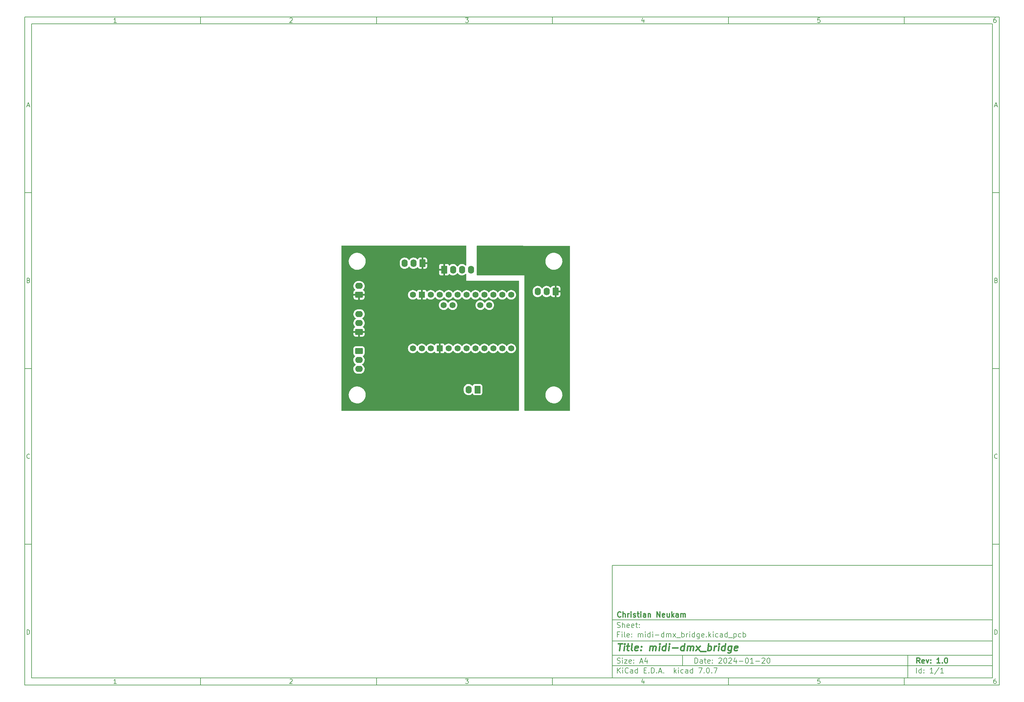
<source format=gbr>
%TF.GenerationSoftware,KiCad,Pcbnew,7.0.7*%
%TF.CreationDate,2024-01-28T22:30:17+01:00*%
%TF.ProjectId,midi-dmx_bridge,6d696469-2d64-46d7-985f-627269646765,1.0*%
%TF.SameCoordinates,PX5f5e100PY7459280*%
%TF.FileFunction,Copper,L2,Bot*%
%TF.FilePolarity,Positive*%
%FSLAX46Y46*%
G04 Gerber Fmt 4.6, Leading zero omitted, Abs format (unit mm)*
G04 Created by KiCad (PCBNEW 7.0.7) date 2024-01-28 22:30:17*
%MOMM*%
%LPD*%
G01*
G04 APERTURE LIST*
G04 Aperture macros list*
%AMRoundRect*
0 Rectangle with rounded corners*
0 $1 Rounding radius*
0 $2 $3 $4 $5 $6 $7 $8 $9 X,Y pos of 4 corners*
0 Add a 4 corners polygon primitive as box body*
4,1,4,$2,$3,$4,$5,$6,$7,$8,$9,$2,$3,0*
0 Add four circle primitives for the rounded corners*
1,1,$1+$1,$2,$3*
1,1,$1+$1,$4,$5*
1,1,$1+$1,$6,$7*
1,1,$1+$1,$8,$9*
0 Add four rect primitives between the rounded corners*
20,1,$1+$1,$2,$3,$4,$5,0*
20,1,$1+$1,$4,$5,$6,$7,0*
20,1,$1+$1,$6,$7,$8,$9,0*
20,1,$1+$1,$8,$9,$2,$3,0*%
G04 Aperture macros list end*
%ADD10C,0.100000*%
%ADD11C,0.150000*%
%ADD12C,0.300000*%
%ADD13C,0.400000*%
%TA.AperFunction,ComponentPad*%
%ADD14RoundRect,0.250000X0.620000X0.845000X-0.620000X0.845000X-0.620000X-0.845000X0.620000X-0.845000X0*%
%TD*%
%TA.AperFunction,ComponentPad*%
%ADD15O,1.740000X2.190000*%
%TD*%
%TA.AperFunction,ComponentPad*%
%ADD16RoundRect,0.250000X0.845000X-0.620000X0.845000X0.620000X-0.845000X0.620000X-0.845000X-0.620000X0*%
%TD*%
%TA.AperFunction,ComponentPad*%
%ADD17O,2.190000X1.740000*%
%TD*%
%TA.AperFunction,ComponentPad*%
%ADD18R,1.750000X2.250000*%
%TD*%
%TA.AperFunction,ComponentPad*%
%ADD19O,1.750000X2.250000*%
%TD*%
%TA.AperFunction,ComponentPad*%
%ADD20RoundRect,0.250000X-0.845000X0.620000X-0.845000X-0.620000X0.845000X-0.620000X0.845000X0.620000X0*%
%TD*%
%TA.AperFunction,ComponentPad*%
%ADD21C,1.727200*%
%TD*%
%TA.AperFunction,ComponentPad*%
%ADD22R,1.727200X1.727200*%
%TD*%
%TA.AperFunction,ViaPad*%
%ADD23C,1.800000*%
%TD*%
G04 APERTURE END LIST*
D10*
D11*
X77002200Y-44007200D02*
X185002200Y-44007200D01*
X185002200Y-76007200D01*
X77002200Y-76007200D01*
X77002200Y-44007200D01*
D10*
D11*
X-90000000Y112000000D02*
X187002200Y112000000D01*
X187002200Y-78007200D01*
X-90000000Y-78007200D01*
X-90000000Y112000000D01*
D10*
D11*
X-88000000Y110000000D02*
X185002200Y110000000D01*
X185002200Y-76007200D01*
X-88000000Y-76007200D01*
X-88000000Y110000000D01*
D10*
D11*
X-40000000Y110000000D02*
X-40000000Y112000000D01*
D10*
D11*
X10000000Y110000000D02*
X10000000Y112000000D01*
D10*
D11*
X60000000Y110000000D02*
X60000000Y112000000D01*
D10*
D11*
X110000000Y110000000D02*
X110000000Y112000000D01*
D10*
D11*
X160000000Y110000000D02*
X160000000Y112000000D01*
D10*
D11*
X-63910840Y110406396D02*
X-64653697Y110406396D01*
X-64282269Y110406396D02*
X-64282269Y111706396D01*
X-64282269Y111706396D02*
X-64406078Y111520681D01*
X-64406078Y111520681D02*
X-64529888Y111396872D01*
X-64529888Y111396872D02*
X-64653697Y111334967D01*
D10*
D11*
X-14653697Y111582586D02*
X-14591793Y111644491D01*
X-14591793Y111644491D02*
X-14467983Y111706396D01*
X-14467983Y111706396D02*
X-14158459Y111706396D01*
X-14158459Y111706396D02*
X-14034650Y111644491D01*
X-14034650Y111644491D02*
X-13972745Y111582586D01*
X-13972745Y111582586D02*
X-13910840Y111458777D01*
X-13910840Y111458777D02*
X-13910840Y111334967D01*
X-13910840Y111334967D02*
X-13972745Y111149253D01*
X-13972745Y111149253D02*
X-14715602Y110406396D01*
X-14715602Y110406396D02*
X-13910840Y110406396D01*
D10*
D11*
X35284398Y111706396D02*
X36089160Y111706396D01*
X36089160Y111706396D02*
X35655826Y111211158D01*
X35655826Y111211158D02*
X35841541Y111211158D01*
X35841541Y111211158D02*
X35965350Y111149253D01*
X35965350Y111149253D02*
X36027255Y111087348D01*
X36027255Y111087348D02*
X36089160Y110963539D01*
X36089160Y110963539D02*
X36089160Y110654015D01*
X36089160Y110654015D02*
X36027255Y110530205D01*
X36027255Y110530205D02*
X35965350Y110468300D01*
X35965350Y110468300D02*
X35841541Y110406396D01*
X35841541Y110406396D02*
X35470112Y110406396D01*
X35470112Y110406396D02*
X35346303Y110468300D01*
X35346303Y110468300D02*
X35284398Y110530205D01*
D10*
D11*
X85965350Y111273062D02*
X85965350Y110406396D01*
X85655826Y111768300D02*
X85346303Y110839729D01*
X85346303Y110839729D02*
X86151064Y110839729D01*
D10*
D11*
X136027255Y111706396D02*
X135408207Y111706396D01*
X135408207Y111706396D02*
X135346303Y111087348D01*
X135346303Y111087348D02*
X135408207Y111149253D01*
X135408207Y111149253D02*
X135532017Y111211158D01*
X135532017Y111211158D02*
X135841541Y111211158D01*
X135841541Y111211158D02*
X135965350Y111149253D01*
X135965350Y111149253D02*
X136027255Y111087348D01*
X136027255Y111087348D02*
X136089160Y110963539D01*
X136089160Y110963539D02*
X136089160Y110654015D01*
X136089160Y110654015D02*
X136027255Y110530205D01*
X136027255Y110530205D02*
X135965350Y110468300D01*
X135965350Y110468300D02*
X135841541Y110406396D01*
X135841541Y110406396D02*
X135532017Y110406396D01*
X135532017Y110406396D02*
X135408207Y110468300D01*
X135408207Y110468300D02*
X135346303Y110530205D01*
D10*
D11*
X185965350Y111706396D02*
X185717731Y111706396D01*
X185717731Y111706396D02*
X185593922Y111644491D01*
X185593922Y111644491D02*
X185532017Y111582586D01*
X185532017Y111582586D02*
X185408207Y111396872D01*
X185408207Y111396872D02*
X185346303Y111149253D01*
X185346303Y111149253D02*
X185346303Y110654015D01*
X185346303Y110654015D02*
X185408207Y110530205D01*
X185408207Y110530205D02*
X185470112Y110468300D01*
X185470112Y110468300D02*
X185593922Y110406396D01*
X185593922Y110406396D02*
X185841541Y110406396D01*
X185841541Y110406396D02*
X185965350Y110468300D01*
X185965350Y110468300D02*
X186027255Y110530205D01*
X186027255Y110530205D02*
X186089160Y110654015D01*
X186089160Y110654015D02*
X186089160Y110963539D01*
X186089160Y110963539D02*
X186027255Y111087348D01*
X186027255Y111087348D02*
X185965350Y111149253D01*
X185965350Y111149253D02*
X185841541Y111211158D01*
X185841541Y111211158D02*
X185593922Y111211158D01*
X185593922Y111211158D02*
X185470112Y111149253D01*
X185470112Y111149253D02*
X185408207Y111087348D01*
X185408207Y111087348D02*
X185346303Y110963539D01*
D10*
D11*
X-40000000Y-76007200D02*
X-40000000Y-78007200D01*
D10*
D11*
X10000000Y-76007200D02*
X10000000Y-78007200D01*
D10*
D11*
X60000000Y-76007200D02*
X60000000Y-78007200D01*
D10*
D11*
X110000000Y-76007200D02*
X110000000Y-78007200D01*
D10*
D11*
X160000000Y-76007200D02*
X160000000Y-78007200D01*
D10*
D11*
X-63910840Y-77600804D02*
X-64653697Y-77600804D01*
X-64282269Y-77600804D02*
X-64282269Y-76300804D01*
X-64282269Y-76300804D02*
X-64406078Y-76486519D01*
X-64406078Y-76486519D02*
X-64529888Y-76610328D01*
X-64529888Y-76610328D02*
X-64653697Y-76672233D01*
D10*
D11*
X-14653697Y-76424614D02*
X-14591793Y-76362709D01*
X-14591793Y-76362709D02*
X-14467983Y-76300804D01*
X-14467983Y-76300804D02*
X-14158459Y-76300804D01*
X-14158459Y-76300804D02*
X-14034650Y-76362709D01*
X-14034650Y-76362709D02*
X-13972745Y-76424614D01*
X-13972745Y-76424614D02*
X-13910840Y-76548423D01*
X-13910840Y-76548423D02*
X-13910840Y-76672233D01*
X-13910840Y-76672233D02*
X-13972745Y-76857947D01*
X-13972745Y-76857947D02*
X-14715602Y-77600804D01*
X-14715602Y-77600804D02*
X-13910840Y-77600804D01*
D10*
D11*
X35284398Y-76300804D02*
X36089160Y-76300804D01*
X36089160Y-76300804D02*
X35655826Y-76796042D01*
X35655826Y-76796042D02*
X35841541Y-76796042D01*
X35841541Y-76796042D02*
X35965350Y-76857947D01*
X35965350Y-76857947D02*
X36027255Y-76919852D01*
X36027255Y-76919852D02*
X36089160Y-77043661D01*
X36089160Y-77043661D02*
X36089160Y-77353185D01*
X36089160Y-77353185D02*
X36027255Y-77476995D01*
X36027255Y-77476995D02*
X35965350Y-77538900D01*
X35965350Y-77538900D02*
X35841541Y-77600804D01*
X35841541Y-77600804D02*
X35470112Y-77600804D01*
X35470112Y-77600804D02*
X35346303Y-77538900D01*
X35346303Y-77538900D02*
X35284398Y-77476995D01*
D10*
D11*
X85965350Y-76734138D02*
X85965350Y-77600804D01*
X85655826Y-76238900D02*
X85346303Y-77167471D01*
X85346303Y-77167471D02*
X86151064Y-77167471D01*
D10*
D11*
X136027255Y-76300804D02*
X135408207Y-76300804D01*
X135408207Y-76300804D02*
X135346303Y-76919852D01*
X135346303Y-76919852D02*
X135408207Y-76857947D01*
X135408207Y-76857947D02*
X135532017Y-76796042D01*
X135532017Y-76796042D02*
X135841541Y-76796042D01*
X135841541Y-76796042D02*
X135965350Y-76857947D01*
X135965350Y-76857947D02*
X136027255Y-76919852D01*
X136027255Y-76919852D02*
X136089160Y-77043661D01*
X136089160Y-77043661D02*
X136089160Y-77353185D01*
X136089160Y-77353185D02*
X136027255Y-77476995D01*
X136027255Y-77476995D02*
X135965350Y-77538900D01*
X135965350Y-77538900D02*
X135841541Y-77600804D01*
X135841541Y-77600804D02*
X135532017Y-77600804D01*
X135532017Y-77600804D02*
X135408207Y-77538900D01*
X135408207Y-77538900D02*
X135346303Y-77476995D01*
D10*
D11*
X185965350Y-76300804D02*
X185717731Y-76300804D01*
X185717731Y-76300804D02*
X185593922Y-76362709D01*
X185593922Y-76362709D02*
X185532017Y-76424614D01*
X185532017Y-76424614D02*
X185408207Y-76610328D01*
X185408207Y-76610328D02*
X185346303Y-76857947D01*
X185346303Y-76857947D02*
X185346303Y-77353185D01*
X185346303Y-77353185D02*
X185408207Y-77476995D01*
X185408207Y-77476995D02*
X185470112Y-77538900D01*
X185470112Y-77538900D02*
X185593922Y-77600804D01*
X185593922Y-77600804D02*
X185841541Y-77600804D01*
X185841541Y-77600804D02*
X185965350Y-77538900D01*
X185965350Y-77538900D02*
X186027255Y-77476995D01*
X186027255Y-77476995D02*
X186089160Y-77353185D01*
X186089160Y-77353185D02*
X186089160Y-77043661D01*
X186089160Y-77043661D02*
X186027255Y-76919852D01*
X186027255Y-76919852D02*
X185965350Y-76857947D01*
X185965350Y-76857947D02*
X185841541Y-76796042D01*
X185841541Y-76796042D02*
X185593922Y-76796042D01*
X185593922Y-76796042D02*
X185470112Y-76857947D01*
X185470112Y-76857947D02*
X185408207Y-76919852D01*
X185408207Y-76919852D02*
X185346303Y-77043661D01*
D10*
D11*
X-90000000Y62000000D02*
X-88000000Y62000000D01*
D10*
D11*
X-90000000Y12000000D02*
X-88000000Y12000000D01*
D10*
D11*
X-90000000Y-38000000D02*
X-88000000Y-38000000D01*
D10*
D11*
X-89309524Y86777824D02*
X-88690477Y86777824D01*
X-89433334Y86406396D02*
X-89000001Y87706396D01*
X-89000001Y87706396D02*
X-88566667Y86406396D01*
D10*
D11*
X-88907143Y37087348D02*
X-88721429Y37025443D01*
X-88721429Y37025443D02*
X-88659524Y36963539D01*
X-88659524Y36963539D02*
X-88597620Y36839729D01*
X-88597620Y36839729D02*
X-88597620Y36654015D01*
X-88597620Y36654015D02*
X-88659524Y36530205D01*
X-88659524Y36530205D02*
X-88721429Y36468300D01*
X-88721429Y36468300D02*
X-88845239Y36406396D01*
X-88845239Y36406396D02*
X-89340477Y36406396D01*
X-89340477Y36406396D02*
X-89340477Y37706396D01*
X-89340477Y37706396D02*
X-88907143Y37706396D01*
X-88907143Y37706396D02*
X-88783334Y37644491D01*
X-88783334Y37644491D02*
X-88721429Y37582586D01*
X-88721429Y37582586D02*
X-88659524Y37458777D01*
X-88659524Y37458777D02*
X-88659524Y37334967D01*
X-88659524Y37334967D02*
X-88721429Y37211158D01*
X-88721429Y37211158D02*
X-88783334Y37149253D01*
X-88783334Y37149253D02*
X-88907143Y37087348D01*
X-88907143Y37087348D02*
X-89340477Y37087348D01*
D10*
D11*
X-88597620Y-13469795D02*
X-88659524Y-13531700D01*
X-88659524Y-13531700D02*
X-88845239Y-13593604D01*
X-88845239Y-13593604D02*
X-88969048Y-13593604D01*
X-88969048Y-13593604D02*
X-89154762Y-13531700D01*
X-89154762Y-13531700D02*
X-89278572Y-13407890D01*
X-89278572Y-13407890D02*
X-89340477Y-13284080D01*
X-89340477Y-13284080D02*
X-89402381Y-13036461D01*
X-89402381Y-13036461D02*
X-89402381Y-12850747D01*
X-89402381Y-12850747D02*
X-89340477Y-12603128D01*
X-89340477Y-12603128D02*
X-89278572Y-12479319D01*
X-89278572Y-12479319D02*
X-89154762Y-12355509D01*
X-89154762Y-12355509D02*
X-88969048Y-12293604D01*
X-88969048Y-12293604D02*
X-88845239Y-12293604D01*
X-88845239Y-12293604D02*
X-88659524Y-12355509D01*
X-88659524Y-12355509D02*
X-88597620Y-12417414D01*
D10*
D11*
X-89340477Y-63593604D02*
X-89340477Y-62293604D01*
X-89340477Y-62293604D02*
X-89030953Y-62293604D01*
X-89030953Y-62293604D02*
X-88845239Y-62355509D01*
X-88845239Y-62355509D02*
X-88721429Y-62479319D01*
X-88721429Y-62479319D02*
X-88659524Y-62603128D01*
X-88659524Y-62603128D02*
X-88597620Y-62850747D01*
X-88597620Y-62850747D02*
X-88597620Y-63036461D01*
X-88597620Y-63036461D02*
X-88659524Y-63284080D01*
X-88659524Y-63284080D02*
X-88721429Y-63407890D01*
X-88721429Y-63407890D02*
X-88845239Y-63531700D01*
X-88845239Y-63531700D02*
X-89030953Y-63593604D01*
X-89030953Y-63593604D02*
X-89340477Y-63593604D01*
D10*
D11*
X187002200Y62000000D02*
X185002200Y62000000D01*
D10*
D11*
X187002200Y12000000D02*
X185002200Y12000000D01*
D10*
D11*
X187002200Y-38000000D02*
X185002200Y-38000000D01*
D10*
D11*
X185692676Y86777824D02*
X186311723Y86777824D01*
X185568866Y86406396D02*
X186002199Y87706396D01*
X186002199Y87706396D02*
X186435533Y86406396D01*
D10*
D11*
X186095057Y37087348D02*
X186280771Y37025443D01*
X186280771Y37025443D02*
X186342676Y36963539D01*
X186342676Y36963539D02*
X186404580Y36839729D01*
X186404580Y36839729D02*
X186404580Y36654015D01*
X186404580Y36654015D02*
X186342676Y36530205D01*
X186342676Y36530205D02*
X186280771Y36468300D01*
X186280771Y36468300D02*
X186156961Y36406396D01*
X186156961Y36406396D02*
X185661723Y36406396D01*
X185661723Y36406396D02*
X185661723Y37706396D01*
X185661723Y37706396D02*
X186095057Y37706396D01*
X186095057Y37706396D02*
X186218866Y37644491D01*
X186218866Y37644491D02*
X186280771Y37582586D01*
X186280771Y37582586D02*
X186342676Y37458777D01*
X186342676Y37458777D02*
X186342676Y37334967D01*
X186342676Y37334967D02*
X186280771Y37211158D01*
X186280771Y37211158D02*
X186218866Y37149253D01*
X186218866Y37149253D02*
X186095057Y37087348D01*
X186095057Y37087348D02*
X185661723Y37087348D01*
D10*
D11*
X186404580Y-13469795D02*
X186342676Y-13531700D01*
X186342676Y-13531700D02*
X186156961Y-13593604D01*
X186156961Y-13593604D02*
X186033152Y-13593604D01*
X186033152Y-13593604D02*
X185847438Y-13531700D01*
X185847438Y-13531700D02*
X185723628Y-13407890D01*
X185723628Y-13407890D02*
X185661723Y-13284080D01*
X185661723Y-13284080D02*
X185599819Y-13036461D01*
X185599819Y-13036461D02*
X185599819Y-12850747D01*
X185599819Y-12850747D02*
X185661723Y-12603128D01*
X185661723Y-12603128D02*
X185723628Y-12479319D01*
X185723628Y-12479319D02*
X185847438Y-12355509D01*
X185847438Y-12355509D02*
X186033152Y-12293604D01*
X186033152Y-12293604D02*
X186156961Y-12293604D01*
X186156961Y-12293604D02*
X186342676Y-12355509D01*
X186342676Y-12355509D02*
X186404580Y-12417414D01*
D10*
D11*
X185661723Y-63593604D02*
X185661723Y-62293604D01*
X185661723Y-62293604D02*
X185971247Y-62293604D01*
X185971247Y-62293604D02*
X186156961Y-62355509D01*
X186156961Y-62355509D02*
X186280771Y-62479319D01*
X186280771Y-62479319D02*
X186342676Y-62603128D01*
X186342676Y-62603128D02*
X186404580Y-62850747D01*
X186404580Y-62850747D02*
X186404580Y-63036461D01*
X186404580Y-63036461D02*
X186342676Y-63284080D01*
X186342676Y-63284080D02*
X186280771Y-63407890D01*
X186280771Y-63407890D02*
X186156961Y-63531700D01*
X186156961Y-63531700D02*
X185971247Y-63593604D01*
X185971247Y-63593604D02*
X185661723Y-63593604D01*
D10*
D11*
X100458026Y-71793328D02*
X100458026Y-70293328D01*
X100458026Y-70293328D02*
X100815169Y-70293328D01*
X100815169Y-70293328D02*
X101029455Y-70364757D01*
X101029455Y-70364757D02*
X101172312Y-70507614D01*
X101172312Y-70507614D02*
X101243741Y-70650471D01*
X101243741Y-70650471D02*
X101315169Y-70936185D01*
X101315169Y-70936185D02*
X101315169Y-71150471D01*
X101315169Y-71150471D02*
X101243741Y-71436185D01*
X101243741Y-71436185D02*
X101172312Y-71579042D01*
X101172312Y-71579042D02*
X101029455Y-71721900D01*
X101029455Y-71721900D02*
X100815169Y-71793328D01*
X100815169Y-71793328D02*
X100458026Y-71793328D01*
X102600884Y-71793328D02*
X102600884Y-71007614D01*
X102600884Y-71007614D02*
X102529455Y-70864757D01*
X102529455Y-70864757D02*
X102386598Y-70793328D01*
X102386598Y-70793328D02*
X102100884Y-70793328D01*
X102100884Y-70793328D02*
X101958026Y-70864757D01*
X102600884Y-71721900D02*
X102458026Y-71793328D01*
X102458026Y-71793328D02*
X102100884Y-71793328D01*
X102100884Y-71793328D02*
X101958026Y-71721900D01*
X101958026Y-71721900D02*
X101886598Y-71579042D01*
X101886598Y-71579042D02*
X101886598Y-71436185D01*
X101886598Y-71436185D02*
X101958026Y-71293328D01*
X101958026Y-71293328D02*
X102100884Y-71221900D01*
X102100884Y-71221900D02*
X102458026Y-71221900D01*
X102458026Y-71221900D02*
X102600884Y-71150471D01*
X103100884Y-70793328D02*
X103672312Y-70793328D01*
X103315169Y-70293328D02*
X103315169Y-71579042D01*
X103315169Y-71579042D02*
X103386598Y-71721900D01*
X103386598Y-71721900D02*
X103529455Y-71793328D01*
X103529455Y-71793328D02*
X103672312Y-71793328D01*
X104743741Y-71721900D02*
X104600884Y-71793328D01*
X104600884Y-71793328D02*
X104315170Y-71793328D01*
X104315170Y-71793328D02*
X104172312Y-71721900D01*
X104172312Y-71721900D02*
X104100884Y-71579042D01*
X104100884Y-71579042D02*
X104100884Y-71007614D01*
X104100884Y-71007614D02*
X104172312Y-70864757D01*
X104172312Y-70864757D02*
X104315170Y-70793328D01*
X104315170Y-70793328D02*
X104600884Y-70793328D01*
X104600884Y-70793328D02*
X104743741Y-70864757D01*
X104743741Y-70864757D02*
X104815170Y-71007614D01*
X104815170Y-71007614D02*
X104815170Y-71150471D01*
X104815170Y-71150471D02*
X104100884Y-71293328D01*
X105458026Y-71650471D02*
X105529455Y-71721900D01*
X105529455Y-71721900D02*
X105458026Y-71793328D01*
X105458026Y-71793328D02*
X105386598Y-71721900D01*
X105386598Y-71721900D02*
X105458026Y-71650471D01*
X105458026Y-71650471D02*
X105458026Y-71793328D01*
X105458026Y-70864757D02*
X105529455Y-70936185D01*
X105529455Y-70936185D02*
X105458026Y-71007614D01*
X105458026Y-71007614D02*
X105386598Y-70936185D01*
X105386598Y-70936185D02*
X105458026Y-70864757D01*
X105458026Y-70864757D02*
X105458026Y-71007614D01*
X107243741Y-70436185D02*
X107315169Y-70364757D01*
X107315169Y-70364757D02*
X107458027Y-70293328D01*
X107458027Y-70293328D02*
X107815169Y-70293328D01*
X107815169Y-70293328D02*
X107958027Y-70364757D01*
X107958027Y-70364757D02*
X108029455Y-70436185D01*
X108029455Y-70436185D02*
X108100884Y-70579042D01*
X108100884Y-70579042D02*
X108100884Y-70721900D01*
X108100884Y-70721900D02*
X108029455Y-70936185D01*
X108029455Y-70936185D02*
X107172312Y-71793328D01*
X107172312Y-71793328D02*
X108100884Y-71793328D01*
X109029455Y-70293328D02*
X109172312Y-70293328D01*
X109172312Y-70293328D02*
X109315169Y-70364757D01*
X109315169Y-70364757D02*
X109386598Y-70436185D01*
X109386598Y-70436185D02*
X109458026Y-70579042D01*
X109458026Y-70579042D02*
X109529455Y-70864757D01*
X109529455Y-70864757D02*
X109529455Y-71221900D01*
X109529455Y-71221900D02*
X109458026Y-71507614D01*
X109458026Y-71507614D02*
X109386598Y-71650471D01*
X109386598Y-71650471D02*
X109315169Y-71721900D01*
X109315169Y-71721900D02*
X109172312Y-71793328D01*
X109172312Y-71793328D02*
X109029455Y-71793328D01*
X109029455Y-71793328D02*
X108886598Y-71721900D01*
X108886598Y-71721900D02*
X108815169Y-71650471D01*
X108815169Y-71650471D02*
X108743740Y-71507614D01*
X108743740Y-71507614D02*
X108672312Y-71221900D01*
X108672312Y-71221900D02*
X108672312Y-70864757D01*
X108672312Y-70864757D02*
X108743740Y-70579042D01*
X108743740Y-70579042D02*
X108815169Y-70436185D01*
X108815169Y-70436185D02*
X108886598Y-70364757D01*
X108886598Y-70364757D02*
X109029455Y-70293328D01*
X110100883Y-70436185D02*
X110172311Y-70364757D01*
X110172311Y-70364757D02*
X110315169Y-70293328D01*
X110315169Y-70293328D02*
X110672311Y-70293328D01*
X110672311Y-70293328D02*
X110815169Y-70364757D01*
X110815169Y-70364757D02*
X110886597Y-70436185D01*
X110886597Y-70436185D02*
X110958026Y-70579042D01*
X110958026Y-70579042D02*
X110958026Y-70721900D01*
X110958026Y-70721900D02*
X110886597Y-70936185D01*
X110886597Y-70936185D02*
X110029454Y-71793328D01*
X110029454Y-71793328D02*
X110958026Y-71793328D01*
X112243740Y-70793328D02*
X112243740Y-71793328D01*
X111886597Y-70221900D02*
X111529454Y-71293328D01*
X111529454Y-71293328D02*
X112458025Y-71293328D01*
X113029453Y-71221900D02*
X114172311Y-71221900D01*
X115172311Y-70293328D02*
X115315168Y-70293328D01*
X115315168Y-70293328D02*
X115458025Y-70364757D01*
X115458025Y-70364757D02*
X115529454Y-70436185D01*
X115529454Y-70436185D02*
X115600882Y-70579042D01*
X115600882Y-70579042D02*
X115672311Y-70864757D01*
X115672311Y-70864757D02*
X115672311Y-71221900D01*
X115672311Y-71221900D02*
X115600882Y-71507614D01*
X115600882Y-71507614D02*
X115529454Y-71650471D01*
X115529454Y-71650471D02*
X115458025Y-71721900D01*
X115458025Y-71721900D02*
X115315168Y-71793328D01*
X115315168Y-71793328D02*
X115172311Y-71793328D01*
X115172311Y-71793328D02*
X115029454Y-71721900D01*
X115029454Y-71721900D02*
X114958025Y-71650471D01*
X114958025Y-71650471D02*
X114886596Y-71507614D01*
X114886596Y-71507614D02*
X114815168Y-71221900D01*
X114815168Y-71221900D02*
X114815168Y-70864757D01*
X114815168Y-70864757D02*
X114886596Y-70579042D01*
X114886596Y-70579042D02*
X114958025Y-70436185D01*
X114958025Y-70436185D02*
X115029454Y-70364757D01*
X115029454Y-70364757D02*
X115172311Y-70293328D01*
X117100882Y-71793328D02*
X116243739Y-71793328D01*
X116672310Y-71793328D02*
X116672310Y-70293328D01*
X116672310Y-70293328D02*
X116529453Y-70507614D01*
X116529453Y-70507614D02*
X116386596Y-70650471D01*
X116386596Y-70650471D02*
X116243739Y-70721900D01*
X117743738Y-71221900D02*
X118886596Y-71221900D01*
X119529453Y-70436185D02*
X119600881Y-70364757D01*
X119600881Y-70364757D02*
X119743739Y-70293328D01*
X119743739Y-70293328D02*
X120100881Y-70293328D01*
X120100881Y-70293328D02*
X120243739Y-70364757D01*
X120243739Y-70364757D02*
X120315167Y-70436185D01*
X120315167Y-70436185D02*
X120386596Y-70579042D01*
X120386596Y-70579042D02*
X120386596Y-70721900D01*
X120386596Y-70721900D02*
X120315167Y-70936185D01*
X120315167Y-70936185D02*
X119458024Y-71793328D01*
X119458024Y-71793328D02*
X120386596Y-71793328D01*
X121315167Y-70293328D02*
X121458024Y-70293328D01*
X121458024Y-70293328D02*
X121600881Y-70364757D01*
X121600881Y-70364757D02*
X121672310Y-70436185D01*
X121672310Y-70436185D02*
X121743738Y-70579042D01*
X121743738Y-70579042D02*
X121815167Y-70864757D01*
X121815167Y-70864757D02*
X121815167Y-71221900D01*
X121815167Y-71221900D02*
X121743738Y-71507614D01*
X121743738Y-71507614D02*
X121672310Y-71650471D01*
X121672310Y-71650471D02*
X121600881Y-71721900D01*
X121600881Y-71721900D02*
X121458024Y-71793328D01*
X121458024Y-71793328D02*
X121315167Y-71793328D01*
X121315167Y-71793328D02*
X121172310Y-71721900D01*
X121172310Y-71721900D02*
X121100881Y-71650471D01*
X121100881Y-71650471D02*
X121029452Y-71507614D01*
X121029452Y-71507614D02*
X120958024Y-71221900D01*
X120958024Y-71221900D02*
X120958024Y-70864757D01*
X120958024Y-70864757D02*
X121029452Y-70579042D01*
X121029452Y-70579042D02*
X121100881Y-70436185D01*
X121100881Y-70436185D02*
X121172310Y-70364757D01*
X121172310Y-70364757D02*
X121315167Y-70293328D01*
D10*
D11*
X77002200Y-72507200D02*
X185002200Y-72507200D01*
D10*
D11*
X78458026Y-74593328D02*
X78458026Y-73093328D01*
X79315169Y-74593328D02*
X78672312Y-73736185D01*
X79315169Y-73093328D02*
X78458026Y-73950471D01*
X79958026Y-74593328D02*
X79958026Y-73593328D01*
X79958026Y-73093328D02*
X79886598Y-73164757D01*
X79886598Y-73164757D02*
X79958026Y-73236185D01*
X79958026Y-73236185D02*
X80029455Y-73164757D01*
X80029455Y-73164757D02*
X79958026Y-73093328D01*
X79958026Y-73093328D02*
X79958026Y-73236185D01*
X81529455Y-74450471D02*
X81458027Y-74521900D01*
X81458027Y-74521900D02*
X81243741Y-74593328D01*
X81243741Y-74593328D02*
X81100884Y-74593328D01*
X81100884Y-74593328D02*
X80886598Y-74521900D01*
X80886598Y-74521900D02*
X80743741Y-74379042D01*
X80743741Y-74379042D02*
X80672312Y-74236185D01*
X80672312Y-74236185D02*
X80600884Y-73950471D01*
X80600884Y-73950471D02*
X80600884Y-73736185D01*
X80600884Y-73736185D02*
X80672312Y-73450471D01*
X80672312Y-73450471D02*
X80743741Y-73307614D01*
X80743741Y-73307614D02*
X80886598Y-73164757D01*
X80886598Y-73164757D02*
X81100884Y-73093328D01*
X81100884Y-73093328D02*
X81243741Y-73093328D01*
X81243741Y-73093328D02*
X81458027Y-73164757D01*
X81458027Y-73164757D02*
X81529455Y-73236185D01*
X82815170Y-74593328D02*
X82815170Y-73807614D01*
X82815170Y-73807614D02*
X82743741Y-73664757D01*
X82743741Y-73664757D02*
X82600884Y-73593328D01*
X82600884Y-73593328D02*
X82315170Y-73593328D01*
X82315170Y-73593328D02*
X82172312Y-73664757D01*
X82815170Y-74521900D02*
X82672312Y-74593328D01*
X82672312Y-74593328D02*
X82315170Y-74593328D01*
X82315170Y-74593328D02*
X82172312Y-74521900D01*
X82172312Y-74521900D02*
X82100884Y-74379042D01*
X82100884Y-74379042D02*
X82100884Y-74236185D01*
X82100884Y-74236185D02*
X82172312Y-74093328D01*
X82172312Y-74093328D02*
X82315170Y-74021900D01*
X82315170Y-74021900D02*
X82672312Y-74021900D01*
X82672312Y-74021900D02*
X82815170Y-73950471D01*
X84172313Y-74593328D02*
X84172313Y-73093328D01*
X84172313Y-74521900D02*
X84029455Y-74593328D01*
X84029455Y-74593328D02*
X83743741Y-74593328D01*
X83743741Y-74593328D02*
X83600884Y-74521900D01*
X83600884Y-74521900D02*
X83529455Y-74450471D01*
X83529455Y-74450471D02*
X83458027Y-74307614D01*
X83458027Y-74307614D02*
X83458027Y-73879042D01*
X83458027Y-73879042D02*
X83529455Y-73736185D01*
X83529455Y-73736185D02*
X83600884Y-73664757D01*
X83600884Y-73664757D02*
X83743741Y-73593328D01*
X83743741Y-73593328D02*
X84029455Y-73593328D01*
X84029455Y-73593328D02*
X84172313Y-73664757D01*
X86029455Y-73807614D02*
X86529455Y-73807614D01*
X86743741Y-74593328D02*
X86029455Y-74593328D01*
X86029455Y-74593328D02*
X86029455Y-73093328D01*
X86029455Y-73093328D02*
X86743741Y-73093328D01*
X87386598Y-74450471D02*
X87458027Y-74521900D01*
X87458027Y-74521900D02*
X87386598Y-74593328D01*
X87386598Y-74593328D02*
X87315170Y-74521900D01*
X87315170Y-74521900D02*
X87386598Y-74450471D01*
X87386598Y-74450471D02*
X87386598Y-74593328D01*
X88100884Y-74593328D02*
X88100884Y-73093328D01*
X88100884Y-73093328D02*
X88458027Y-73093328D01*
X88458027Y-73093328D02*
X88672313Y-73164757D01*
X88672313Y-73164757D02*
X88815170Y-73307614D01*
X88815170Y-73307614D02*
X88886599Y-73450471D01*
X88886599Y-73450471D02*
X88958027Y-73736185D01*
X88958027Y-73736185D02*
X88958027Y-73950471D01*
X88958027Y-73950471D02*
X88886599Y-74236185D01*
X88886599Y-74236185D02*
X88815170Y-74379042D01*
X88815170Y-74379042D02*
X88672313Y-74521900D01*
X88672313Y-74521900D02*
X88458027Y-74593328D01*
X88458027Y-74593328D02*
X88100884Y-74593328D01*
X89600884Y-74450471D02*
X89672313Y-74521900D01*
X89672313Y-74521900D02*
X89600884Y-74593328D01*
X89600884Y-74593328D02*
X89529456Y-74521900D01*
X89529456Y-74521900D02*
X89600884Y-74450471D01*
X89600884Y-74450471D02*
X89600884Y-74593328D01*
X90243742Y-74164757D02*
X90958028Y-74164757D01*
X90100885Y-74593328D02*
X90600885Y-73093328D01*
X90600885Y-73093328D02*
X91100885Y-74593328D01*
X91600884Y-74450471D02*
X91672313Y-74521900D01*
X91672313Y-74521900D02*
X91600884Y-74593328D01*
X91600884Y-74593328D02*
X91529456Y-74521900D01*
X91529456Y-74521900D02*
X91600884Y-74450471D01*
X91600884Y-74450471D02*
X91600884Y-74593328D01*
X94600884Y-74593328D02*
X94600884Y-73093328D01*
X94743742Y-74021900D02*
X95172313Y-74593328D01*
X95172313Y-73593328D02*
X94600884Y-74164757D01*
X95815170Y-74593328D02*
X95815170Y-73593328D01*
X95815170Y-73093328D02*
X95743742Y-73164757D01*
X95743742Y-73164757D02*
X95815170Y-73236185D01*
X95815170Y-73236185D02*
X95886599Y-73164757D01*
X95886599Y-73164757D02*
X95815170Y-73093328D01*
X95815170Y-73093328D02*
X95815170Y-73236185D01*
X97172314Y-74521900D02*
X97029456Y-74593328D01*
X97029456Y-74593328D02*
X96743742Y-74593328D01*
X96743742Y-74593328D02*
X96600885Y-74521900D01*
X96600885Y-74521900D02*
X96529456Y-74450471D01*
X96529456Y-74450471D02*
X96458028Y-74307614D01*
X96458028Y-74307614D02*
X96458028Y-73879042D01*
X96458028Y-73879042D02*
X96529456Y-73736185D01*
X96529456Y-73736185D02*
X96600885Y-73664757D01*
X96600885Y-73664757D02*
X96743742Y-73593328D01*
X96743742Y-73593328D02*
X97029456Y-73593328D01*
X97029456Y-73593328D02*
X97172314Y-73664757D01*
X98458028Y-74593328D02*
X98458028Y-73807614D01*
X98458028Y-73807614D02*
X98386599Y-73664757D01*
X98386599Y-73664757D02*
X98243742Y-73593328D01*
X98243742Y-73593328D02*
X97958028Y-73593328D01*
X97958028Y-73593328D02*
X97815170Y-73664757D01*
X98458028Y-74521900D02*
X98315170Y-74593328D01*
X98315170Y-74593328D02*
X97958028Y-74593328D01*
X97958028Y-74593328D02*
X97815170Y-74521900D01*
X97815170Y-74521900D02*
X97743742Y-74379042D01*
X97743742Y-74379042D02*
X97743742Y-74236185D01*
X97743742Y-74236185D02*
X97815170Y-74093328D01*
X97815170Y-74093328D02*
X97958028Y-74021900D01*
X97958028Y-74021900D02*
X98315170Y-74021900D01*
X98315170Y-74021900D02*
X98458028Y-73950471D01*
X99815171Y-74593328D02*
X99815171Y-73093328D01*
X99815171Y-74521900D02*
X99672313Y-74593328D01*
X99672313Y-74593328D02*
X99386599Y-74593328D01*
X99386599Y-74593328D02*
X99243742Y-74521900D01*
X99243742Y-74521900D02*
X99172313Y-74450471D01*
X99172313Y-74450471D02*
X99100885Y-74307614D01*
X99100885Y-74307614D02*
X99100885Y-73879042D01*
X99100885Y-73879042D02*
X99172313Y-73736185D01*
X99172313Y-73736185D02*
X99243742Y-73664757D01*
X99243742Y-73664757D02*
X99386599Y-73593328D01*
X99386599Y-73593328D02*
X99672313Y-73593328D01*
X99672313Y-73593328D02*
X99815171Y-73664757D01*
X101529456Y-73093328D02*
X102529456Y-73093328D01*
X102529456Y-73093328D02*
X101886599Y-74593328D01*
X103100884Y-74450471D02*
X103172313Y-74521900D01*
X103172313Y-74521900D02*
X103100884Y-74593328D01*
X103100884Y-74593328D02*
X103029456Y-74521900D01*
X103029456Y-74521900D02*
X103100884Y-74450471D01*
X103100884Y-74450471D02*
X103100884Y-74593328D01*
X104100885Y-73093328D02*
X104243742Y-73093328D01*
X104243742Y-73093328D02*
X104386599Y-73164757D01*
X104386599Y-73164757D02*
X104458028Y-73236185D01*
X104458028Y-73236185D02*
X104529456Y-73379042D01*
X104529456Y-73379042D02*
X104600885Y-73664757D01*
X104600885Y-73664757D02*
X104600885Y-74021900D01*
X104600885Y-74021900D02*
X104529456Y-74307614D01*
X104529456Y-74307614D02*
X104458028Y-74450471D01*
X104458028Y-74450471D02*
X104386599Y-74521900D01*
X104386599Y-74521900D02*
X104243742Y-74593328D01*
X104243742Y-74593328D02*
X104100885Y-74593328D01*
X104100885Y-74593328D02*
X103958028Y-74521900D01*
X103958028Y-74521900D02*
X103886599Y-74450471D01*
X103886599Y-74450471D02*
X103815170Y-74307614D01*
X103815170Y-74307614D02*
X103743742Y-74021900D01*
X103743742Y-74021900D02*
X103743742Y-73664757D01*
X103743742Y-73664757D02*
X103815170Y-73379042D01*
X103815170Y-73379042D02*
X103886599Y-73236185D01*
X103886599Y-73236185D02*
X103958028Y-73164757D01*
X103958028Y-73164757D02*
X104100885Y-73093328D01*
X105243741Y-74450471D02*
X105315170Y-74521900D01*
X105315170Y-74521900D02*
X105243741Y-74593328D01*
X105243741Y-74593328D02*
X105172313Y-74521900D01*
X105172313Y-74521900D02*
X105243741Y-74450471D01*
X105243741Y-74450471D02*
X105243741Y-74593328D01*
X105815170Y-73093328D02*
X106815170Y-73093328D01*
X106815170Y-73093328D02*
X106172313Y-74593328D01*
D10*
D11*
X77002200Y-69507200D02*
X185002200Y-69507200D01*
D10*
D12*
X164413853Y-71785528D02*
X163913853Y-71071242D01*
X163556710Y-71785528D02*
X163556710Y-70285528D01*
X163556710Y-70285528D02*
X164128139Y-70285528D01*
X164128139Y-70285528D02*
X164270996Y-70356957D01*
X164270996Y-70356957D02*
X164342425Y-70428385D01*
X164342425Y-70428385D02*
X164413853Y-70571242D01*
X164413853Y-70571242D02*
X164413853Y-70785528D01*
X164413853Y-70785528D02*
X164342425Y-70928385D01*
X164342425Y-70928385D02*
X164270996Y-70999814D01*
X164270996Y-70999814D02*
X164128139Y-71071242D01*
X164128139Y-71071242D02*
X163556710Y-71071242D01*
X165628139Y-71714100D02*
X165485282Y-71785528D01*
X165485282Y-71785528D02*
X165199568Y-71785528D01*
X165199568Y-71785528D02*
X165056710Y-71714100D01*
X165056710Y-71714100D02*
X164985282Y-71571242D01*
X164985282Y-71571242D02*
X164985282Y-70999814D01*
X164985282Y-70999814D02*
X165056710Y-70856957D01*
X165056710Y-70856957D02*
X165199568Y-70785528D01*
X165199568Y-70785528D02*
X165485282Y-70785528D01*
X165485282Y-70785528D02*
X165628139Y-70856957D01*
X165628139Y-70856957D02*
X165699568Y-70999814D01*
X165699568Y-70999814D02*
X165699568Y-71142671D01*
X165699568Y-71142671D02*
X164985282Y-71285528D01*
X166199567Y-70785528D02*
X166556710Y-71785528D01*
X166556710Y-71785528D02*
X166913853Y-70785528D01*
X167485281Y-71642671D02*
X167556710Y-71714100D01*
X167556710Y-71714100D02*
X167485281Y-71785528D01*
X167485281Y-71785528D02*
X167413853Y-71714100D01*
X167413853Y-71714100D02*
X167485281Y-71642671D01*
X167485281Y-71642671D02*
X167485281Y-71785528D01*
X167485281Y-70856957D02*
X167556710Y-70928385D01*
X167556710Y-70928385D02*
X167485281Y-70999814D01*
X167485281Y-70999814D02*
X167413853Y-70928385D01*
X167413853Y-70928385D02*
X167485281Y-70856957D01*
X167485281Y-70856957D02*
X167485281Y-70999814D01*
X170128139Y-71785528D02*
X169270996Y-71785528D01*
X169699567Y-71785528D02*
X169699567Y-70285528D01*
X169699567Y-70285528D02*
X169556710Y-70499814D01*
X169556710Y-70499814D02*
X169413853Y-70642671D01*
X169413853Y-70642671D02*
X169270996Y-70714100D01*
X170770995Y-71642671D02*
X170842424Y-71714100D01*
X170842424Y-71714100D02*
X170770995Y-71785528D01*
X170770995Y-71785528D02*
X170699567Y-71714100D01*
X170699567Y-71714100D02*
X170770995Y-71642671D01*
X170770995Y-71642671D02*
X170770995Y-71785528D01*
X171770996Y-70285528D02*
X171913853Y-70285528D01*
X171913853Y-70285528D02*
X172056710Y-70356957D01*
X172056710Y-70356957D02*
X172128139Y-70428385D01*
X172128139Y-70428385D02*
X172199567Y-70571242D01*
X172199567Y-70571242D02*
X172270996Y-70856957D01*
X172270996Y-70856957D02*
X172270996Y-71214100D01*
X172270996Y-71214100D02*
X172199567Y-71499814D01*
X172199567Y-71499814D02*
X172128139Y-71642671D01*
X172128139Y-71642671D02*
X172056710Y-71714100D01*
X172056710Y-71714100D02*
X171913853Y-71785528D01*
X171913853Y-71785528D02*
X171770996Y-71785528D01*
X171770996Y-71785528D02*
X171628139Y-71714100D01*
X171628139Y-71714100D02*
X171556710Y-71642671D01*
X171556710Y-71642671D02*
X171485281Y-71499814D01*
X171485281Y-71499814D02*
X171413853Y-71214100D01*
X171413853Y-71214100D02*
X171413853Y-70856957D01*
X171413853Y-70856957D02*
X171485281Y-70571242D01*
X171485281Y-70571242D02*
X171556710Y-70428385D01*
X171556710Y-70428385D02*
X171628139Y-70356957D01*
X171628139Y-70356957D02*
X171770996Y-70285528D01*
D10*
D11*
X78386598Y-71721900D02*
X78600884Y-71793328D01*
X78600884Y-71793328D02*
X78958026Y-71793328D01*
X78958026Y-71793328D02*
X79100884Y-71721900D01*
X79100884Y-71721900D02*
X79172312Y-71650471D01*
X79172312Y-71650471D02*
X79243741Y-71507614D01*
X79243741Y-71507614D02*
X79243741Y-71364757D01*
X79243741Y-71364757D02*
X79172312Y-71221900D01*
X79172312Y-71221900D02*
X79100884Y-71150471D01*
X79100884Y-71150471D02*
X78958026Y-71079042D01*
X78958026Y-71079042D02*
X78672312Y-71007614D01*
X78672312Y-71007614D02*
X78529455Y-70936185D01*
X78529455Y-70936185D02*
X78458026Y-70864757D01*
X78458026Y-70864757D02*
X78386598Y-70721900D01*
X78386598Y-70721900D02*
X78386598Y-70579042D01*
X78386598Y-70579042D02*
X78458026Y-70436185D01*
X78458026Y-70436185D02*
X78529455Y-70364757D01*
X78529455Y-70364757D02*
X78672312Y-70293328D01*
X78672312Y-70293328D02*
X79029455Y-70293328D01*
X79029455Y-70293328D02*
X79243741Y-70364757D01*
X79886597Y-71793328D02*
X79886597Y-70793328D01*
X79886597Y-70293328D02*
X79815169Y-70364757D01*
X79815169Y-70364757D02*
X79886597Y-70436185D01*
X79886597Y-70436185D02*
X79958026Y-70364757D01*
X79958026Y-70364757D02*
X79886597Y-70293328D01*
X79886597Y-70293328D02*
X79886597Y-70436185D01*
X80458026Y-70793328D02*
X81243741Y-70793328D01*
X81243741Y-70793328D02*
X80458026Y-71793328D01*
X80458026Y-71793328D02*
X81243741Y-71793328D01*
X82386598Y-71721900D02*
X82243741Y-71793328D01*
X82243741Y-71793328D02*
X81958027Y-71793328D01*
X81958027Y-71793328D02*
X81815169Y-71721900D01*
X81815169Y-71721900D02*
X81743741Y-71579042D01*
X81743741Y-71579042D02*
X81743741Y-71007614D01*
X81743741Y-71007614D02*
X81815169Y-70864757D01*
X81815169Y-70864757D02*
X81958027Y-70793328D01*
X81958027Y-70793328D02*
X82243741Y-70793328D01*
X82243741Y-70793328D02*
X82386598Y-70864757D01*
X82386598Y-70864757D02*
X82458027Y-71007614D01*
X82458027Y-71007614D02*
X82458027Y-71150471D01*
X82458027Y-71150471D02*
X81743741Y-71293328D01*
X83100883Y-71650471D02*
X83172312Y-71721900D01*
X83172312Y-71721900D02*
X83100883Y-71793328D01*
X83100883Y-71793328D02*
X83029455Y-71721900D01*
X83029455Y-71721900D02*
X83100883Y-71650471D01*
X83100883Y-71650471D02*
X83100883Y-71793328D01*
X83100883Y-70864757D02*
X83172312Y-70936185D01*
X83172312Y-70936185D02*
X83100883Y-71007614D01*
X83100883Y-71007614D02*
X83029455Y-70936185D01*
X83029455Y-70936185D02*
X83100883Y-70864757D01*
X83100883Y-70864757D02*
X83100883Y-71007614D01*
X84886598Y-71364757D02*
X85600884Y-71364757D01*
X84743741Y-71793328D02*
X85243741Y-70293328D01*
X85243741Y-70293328D02*
X85743741Y-71793328D01*
X86886598Y-70793328D02*
X86886598Y-71793328D01*
X86529455Y-70221900D02*
X86172312Y-71293328D01*
X86172312Y-71293328D02*
X87100883Y-71293328D01*
D10*
D11*
X163458026Y-74593328D02*
X163458026Y-73093328D01*
X164815170Y-74593328D02*
X164815170Y-73093328D01*
X164815170Y-74521900D02*
X164672312Y-74593328D01*
X164672312Y-74593328D02*
X164386598Y-74593328D01*
X164386598Y-74593328D02*
X164243741Y-74521900D01*
X164243741Y-74521900D02*
X164172312Y-74450471D01*
X164172312Y-74450471D02*
X164100884Y-74307614D01*
X164100884Y-74307614D02*
X164100884Y-73879042D01*
X164100884Y-73879042D02*
X164172312Y-73736185D01*
X164172312Y-73736185D02*
X164243741Y-73664757D01*
X164243741Y-73664757D02*
X164386598Y-73593328D01*
X164386598Y-73593328D02*
X164672312Y-73593328D01*
X164672312Y-73593328D02*
X164815170Y-73664757D01*
X165529455Y-74450471D02*
X165600884Y-74521900D01*
X165600884Y-74521900D02*
X165529455Y-74593328D01*
X165529455Y-74593328D02*
X165458027Y-74521900D01*
X165458027Y-74521900D02*
X165529455Y-74450471D01*
X165529455Y-74450471D02*
X165529455Y-74593328D01*
X165529455Y-73664757D02*
X165600884Y-73736185D01*
X165600884Y-73736185D02*
X165529455Y-73807614D01*
X165529455Y-73807614D02*
X165458027Y-73736185D01*
X165458027Y-73736185D02*
X165529455Y-73664757D01*
X165529455Y-73664757D02*
X165529455Y-73807614D01*
X168172313Y-74593328D02*
X167315170Y-74593328D01*
X167743741Y-74593328D02*
X167743741Y-73093328D01*
X167743741Y-73093328D02*
X167600884Y-73307614D01*
X167600884Y-73307614D02*
X167458027Y-73450471D01*
X167458027Y-73450471D02*
X167315170Y-73521900D01*
X169886598Y-73021900D02*
X168600884Y-74950471D01*
X171172313Y-74593328D02*
X170315170Y-74593328D01*
X170743741Y-74593328D02*
X170743741Y-73093328D01*
X170743741Y-73093328D02*
X170600884Y-73307614D01*
X170600884Y-73307614D02*
X170458027Y-73450471D01*
X170458027Y-73450471D02*
X170315170Y-73521900D01*
D10*
D11*
X77002200Y-65507200D02*
X185002200Y-65507200D01*
D10*
D13*
X78693928Y-66211638D02*
X79836785Y-66211638D01*
X79015357Y-68211638D02*
X79265357Y-66211638D01*
X80253452Y-68211638D02*
X80420119Y-66878304D01*
X80503452Y-66211638D02*
X80396309Y-66306876D01*
X80396309Y-66306876D02*
X80479643Y-66402114D01*
X80479643Y-66402114D02*
X80586786Y-66306876D01*
X80586786Y-66306876D02*
X80503452Y-66211638D01*
X80503452Y-66211638D02*
X80479643Y-66402114D01*
X81086786Y-66878304D02*
X81848690Y-66878304D01*
X81455833Y-66211638D02*
X81241548Y-67925923D01*
X81241548Y-67925923D02*
X81312976Y-68116400D01*
X81312976Y-68116400D02*
X81491548Y-68211638D01*
X81491548Y-68211638D02*
X81682024Y-68211638D01*
X82634405Y-68211638D02*
X82455833Y-68116400D01*
X82455833Y-68116400D02*
X82384405Y-67925923D01*
X82384405Y-67925923D02*
X82598690Y-66211638D01*
X84170119Y-68116400D02*
X83967738Y-68211638D01*
X83967738Y-68211638D02*
X83586785Y-68211638D01*
X83586785Y-68211638D02*
X83408214Y-68116400D01*
X83408214Y-68116400D02*
X83336785Y-67925923D01*
X83336785Y-67925923D02*
X83432024Y-67164019D01*
X83432024Y-67164019D02*
X83551071Y-66973542D01*
X83551071Y-66973542D02*
X83753452Y-66878304D01*
X83753452Y-66878304D02*
X84134404Y-66878304D01*
X84134404Y-66878304D02*
X84312976Y-66973542D01*
X84312976Y-66973542D02*
X84384404Y-67164019D01*
X84384404Y-67164019D02*
X84360595Y-67354495D01*
X84360595Y-67354495D02*
X83384404Y-67544971D01*
X85134405Y-68021161D02*
X85217738Y-68116400D01*
X85217738Y-68116400D02*
X85110595Y-68211638D01*
X85110595Y-68211638D02*
X85027262Y-68116400D01*
X85027262Y-68116400D02*
X85134405Y-68021161D01*
X85134405Y-68021161D02*
X85110595Y-68211638D01*
X85265357Y-66973542D02*
X85348690Y-67068780D01*
X85348690Y-67068780D02*
X85241548Y-67164019D01*
X85241548Y-67164019D02*
X85158214Y-67068780D01*
X85158214Y-67068780D02*
X85265357Y-66973542D01*
X85265357Y-66973542D02*
X85241548Y-67164019D01*
X87586786Y-68211638D02*
X87753453Y-66878304D01*
X87729643Y-67068780D02*
X87836786Y-66973542D01*
X87836786Y-66973542D02*
X88039167Y-66878304D01*
X88039167Y-66878304D02*
X88324881Y-66878304D01*
X88324881Y-66878304D02*
X88503453Y-66973542D01*
X88503453Y-66973542D02*
X88574881Y-67164019D01*
X88574881Y-67164019D02*
X88443929Y-68211638D01*
X88574881Y-67164019D02*
X88693929Y-66973542D01*
X88693929Y-66973542D02*
X88896310Y-66878304D01*
X88896310Y-66878304D02*
X89182024Y-66878304D01*
X89182024Y-66878304D02*
X89360596Y-66973542D01*
X89360596Y-66973542D02*
X89432024Y-67164019D01*
X89432024Y-67164019D02*
X89301072Y-68211638D01*
X90253453Y-68211638D02*
X90420120Y-66878304D01*
X90503453Y-66211638D02*
X90396310Y-66306876D01*
X90396310Y-66306876D02*
X90479644Y-66402114D01*
X90479644Y-66402114D02*
X90586787Y-66306876D01*
X90586787Y-66306876D02*
X90503453Y-66211638D01*
X90503453Y-66211638D02*
X90479644Y-66402114D01*
X92062977Y-68211638D02*
X92312977Y-66211638D01*
X92074882Y-68116400D02*
X91872501Y-68211638D01*
X91872501Y-68211638D02*
X91491549Y-68211638D01*
X91491549Y-68211638D02*
X91312977Y-68116400D01*
X91312977Y-68116400D02*
X91229644Y-68021161D01*
X91229644Y-68021161D02*
X91158215Y-67830685D01*
X91158215Y-67830685D02*
X91229644Y-67259257D01*
X91229644Y-67259257D02*
X91348691Y-67068780D01*
X91348691Y-67068780D02*
X91455834Y-66973542D01*
X91455834Y-66973542D02*
X91658215Y-66878304D01*
X91658215Y-66878304D02*
X92039168Y-66878304D01*
X92039168Y-66878304D02*
X92217739Y-66973542D01*
X93015358Y-68211638D02*
X93182025Y-66878304D01*
X93265358Y-66211638D02*
X93158215Y-66306876D01*
X93158215Y-66306876D02*
X93241549Y-66402114D01*
X93241549Y-66402114D02*
X93348692Y-66306876D01*
X93348692Y-66306876D02*
X93265358Y-66211638D01*
X93265358Y-66211638D02*
X93241549Y-66402114D01*
X94062977Y-67449733D02*
X95586787Y-67449733D01*
X97301072Y-68211638D02*
X97551072Y-66211638D01*
X97312977Y-68116400D02*
X97110596Y-68211638D01*
X97110596Y-68211638D02*
X96729644Y-68211638D01*
X96729644Y-68211638D02*
X96551072Y-68116400D01*
X96551072Y-68116400D02*
X96467739Y-68021161D01*
X96467739Y-68021161D02*
X96396310Y-67830685D01*
X96396310Y-67830685D02*
X96467739Y-67259257D01*
X96467739Y-67259257D02*
X96586786Y-67068780D01*
X96586786Y-67068780D02*
X96693929Y-66973542D01*
X96693929Y-66973542D02*
X96896310Y-66878304D01*
X96896310Y-66878304D02*
X97277263Y-66878304D01*
X97277263Y-66878304D02*
X97455834Y-66973542D01*
X98253453Y-68211638D02*
X98420120Y-66878304D01*
X98396310Y-67068780D02*
X98503453Y-66973542D01*
X98503453Y-66973542D02*
X98705834Y-66878304D01*
X98705834Y-66878304D02*
X98991548Y-66878304D01*
X98991548Y-66878304D02*
X99170120Y-66973542D01*
X99170120Y-66973542D02*
X99241548Y-67164019D01*
X99241548Y-67164019D02*
X99110596Y-68211638D01*
X99241548Y-67164019D02*
X99360596Y-66973542D01*
X99360596Y-66973542D02*
X99562977Y-66878304D01*
X99562977Y-66878304D02*
X99848691Y-66878304D01*
X99848691Y-66878304D02*
X100027263Y-66973542D01*
X100027263Y-66973542D02*
X100098691Y-67164019D01*
X100098691Y-67164019D02*
X99967739Y-68211638D01*
X100729644Y-68211638D02*
X101943930Y-66878304D01*
X100896311Y-66878304D02*
X101777263Y-68211638D01*
X102039168Y-68402114D02*
X103562978Y-68402114D01*
X104062978Y-68211638D02*
X104312978Y-66211638D01*
X104217740Y-66973542D02*
X104420121Y-66878304D01*
X104420121Y-66878304D02*
X104801073Y-66878304D01*
X104801073Y-66878304D02*
X104979645Y-66973542D01*
X104979645Y-66973542D02*
X105062978Y-67068780D01*
X105062978Y-67068780D02*
X105134407Y-67259257D01*
X105134407Y-67259257D02*
X105062978Y-67830685D01*
X105062978Y-67830685D02*
X104943931Y-68021161D01*
X104943931Y-68021161D02*
X104836788Y-68116400D01*
X104836788Y-68116400D02*
X104634407Y-68211638D01*
X104634407Y-68211638D02*
X104253454Y-68211638D01*
X104253454Y-68211638D02*
X104074883Y-68116400D01*
X105872502Y-68211638D02*
X106039169Y-66878304D01*
X105991550Y-67259257D02*
X106110597Y-67068780D01*
X106110597Y-67068780D02*
X106217740Y-66973542D01*
X106217740Y-66973542D02*
X106420121Y-66878304D01*
X106420121Y-66878304D02*
X106610597Y-66878304D01*
X107110597Y-68211638D02*
X107277264Y-66878304D01*
X107360597Y-66211638D02*
X107253454Y-66306876D01*
X107253454Y-66306876D02*
X107336788Y-66402114D01*
X107336788Y-66402114D02*
X107443931Y-66306876D01*
X107443931Y-66306876D02*
X107360597Y-66211638D01*
X107360597Y-66211638D02*
X107336788Y-66402114D01*
X108920121Y-68211638D02*
X109170121Y-66211638D01*
X108932026Y-68116400D02*
X108729645Y-68211638D01*
X108729645Y-68211638D02*
X108348693Y-68211638D01*
X108348693Y-68211638D02*
X108170121Y-68116400D01*
X108170121Y-68116400D02*
X108086788Y-68021161D01*
X108086788Y-68021161D02*
X108015359Y-67830685D01*
X108015359Y-67830685D02*
X108086788Y-67259257D01*
X108086788Y-67259257D02*
X108205835Y-67068780D01*
X108205835Y-67068780D02*
X108312978Y-66973542D01*
X108312978Y-66973542D02*
X108515359Y-66878304D01*
X108515359Y-66878304D02*
X108896312Y-66878304D01*
X108896312Y-66878304D02*
X109074883Y-66973542D01*
X110896312Y-66878304D02*
X110693931Y-68497352D01*
X110693931Y-68497352D02*
X110574883Y-68687828D01*
X110574883Y-68687828D02*
X110467740Y-68783066D01*
X110467740Y-68783066D02*
X110265359Y-68878304D01*
X110265359Y-68878304D02*
X109979645Y-68878304D01*
X109979645Y-68878304D02*
X109801074Y-68783066D01*
X110741550Y-68116400D02*
X110539169Y-68211638D01*
X110539169Y-68211638D02*
X110158217Y-68211638D01*
X110158217Y-68211638D02*
X109979645Y-68116400D01*
X109979645Y-68116400D02*
X109896312Y-68021161D01*
X109896312Y-68021161D02*
X109824883Y-67830685D01*
X109824883Y-67830685D02*
X109896312Y-67259257D01*
X109896312Y-67259257D02*
X110015359Y-67068780D01*
X110015359Y-67068780D02*
X110122502Y-66973542D01*
X110122502Y-66973542D02*
X110324883Y-66878304D01*
X110324883Y-66878304D02*
X110705836Y-66878304D01*
X110705836Y-66878304D02*
X110884407Y-66973542D01*
X112455836Y-68116400D02*
X112253455Y-68211638D01*
X112253455Y-68211638D02*
X111872502Y-68211638D01*
X111872502Y-68211638D02*
X111693931Y-68116400D01*
X111693931Y-68116400D02*
X111622502Y-67925923D01*
X111622502Y-67925923D02*
X111717741Y-67164019D01*
X111717741Y-67164019D02*
X111836788Y-66973542D01*
X111836788Y-66973542D02*
X112039169Y-66878304D01*
X112039169Y-66878304D02*
X112420121Y-66878304D01*
X112420121Y-66878304D02*
X112598693Y-66973542D01*
X112598693Y-66973542D02*
X112670121Y-67164019D01*
X112670121Y-67164019D02*
X112646312Y-67354495D01*
X112646312Y-67354495D02*
X111670121Y-67544971D01*
D10*
D11*
X78958026Y-63607614D02*
X78458026Y-63607614D01*
X78458026Y-64393328D02*
X78458026Y-62893328D01*
X78458026Y-62893328D02*
X79172312Y-62893328D01*
X79743740Y-64393328D02*
X79743740Y-63393328D01*
X79743740Y-62893328D02*
X79672312Y-62964757D01*
X79672312Y-62964757D02*
X79743740Y-63036185D01*
X79743740Y-63036185D02*
X79815169Y-62964757D01*
X79815169Y-62964757D02*
X79743740Y-62893328D01*
X79743740Y-62893328D02*
X79743740Y-63036185D01*
X80672312Y-64393328D02*
X80529455Y-64321900D01*
X80529455Y-64321900D02*
X80458026Y-64179042D01*
X80458026Y-64179042D02*
X80458026Y-62893328D01*
X81815169Y-64321900D02*
X81672312Y-64393328D01*
X81672312Y-64393328D02*
X81386598Y-64393328D01*
X81386598Y-64393328D02*
X81243740Y-64321900D01*
X81243740Y-64321900D02*
X81172312Y-64179042D01*
X81172312Y-64179042D02*
X81172312Y-63607614D01*
X81172312Y-63607614D02*
X81243740Y-63464757D01*
X81243740Y-63464757D02*
X81386598Y-63393328D01*
X81386598Y-63393328D02*
X81672312Y-63393328D01*
X81672312Y-63393328D02*
X81815169Y-63464757D01*
X81815169Y-63464757D02*
X81886598Y-63607614D01*
X81886598Y-63607614D02*
X81886598Y-63750471D01*
X81886598Y-63750471D02*
X81172312Y-63893328D01*
X82529454Y-64250471D02*
X82600883Y-64321900D01*
X82600883Y-64321900D02*
X82529454Y-64393328D01*
X82529454Y-64393328D02*
X82458026Y-64321900D01*
X82458026Y-64321900D02*
X82529454Y-64250471D01*
X82529454Y-64250471D02*
X82529454Y-64393328D01*
X82529454Y-63464757D02*
X82600883Y-63536185D01*
X82600883Y-63536185D02*
X82529454Y-63607614D01*
X82529454Y-63607614D02*
X82458026Y-63536185D01*
X82458026Y-63536185D02*
X82529454Y-63464757D01*
X82529454Y-63464757D02*
X82529454Y-63607614D01*
X84386597Y-64393328D02*
X84386597Y-63393328D01*
X84386597Y-63536185D02*
X84458026Y-63464757D01*
X84458026Y-63464757D02*
X84600883Y-63393328D01*
X84600883Y-63393328D02*
X84815169Y-63393328D01*
X84815169Y-63393328D02*
X84958026Y-63464757D01*
X84958026Y-63464757D02*
X85029455Y-63607614D01*
X85029455Y-63607614D02*
X85029455Y-64393328D01*
X85029455Y-63607614D02*
X85100883Y-63464757D01*
X85100883Y-63464757D02*
X85243740Y-63393328D01*
X85243740Y-63393328D02*
X85458026Y-63393328D01*
X85458026Y-63393328D02*
X85600883Y-63464757D01*
X85600883Y-63464757D02*
X85672312Y-63607614D01*
X85672312Y-63607614D02*
X85672312Y-64393328D01*
X86386597Y-64393328D02*
X86386597Y-63393328D01*
X86386597Y-62893328D02*
X86315169Y-62964757D01*
X86315169Y-62964757D02*
X86386597Y-63036185D01*
X86386597Y-63036185D02*
X86458026Y-62964757D01*
X86458026Y-62964757D02*
X86386597Y-62893328D01*
X86386597Y-62893328D02*
X86386597Y-63036185D01*
X87743741Y-64393328D02*
X87743741Y-62893328D01*
X87743741Y-64321900D02*
X87600883Y-64393328D01*
X87600883Y-64393328D02*
X87315169Y-64393328D01*
X87315169Y-64393328D02*
X87172312Y-64321900D01*
X87172312Y-64321900D02*
X87100883Y-64250471D01*
X87100883Y-64250471D02*
X87029455Y-64107614D01*
X87029455Y-64107614D02*
X87029455Y-63679042D01*
X87029455Y-63679042D02*
X87100883Y-63536185D01*
X87100883Y-63536185D02*
X87172312Y-63464757D01*
X87172312Y-63464757D02*
X87315169Y-63393328D01*
X87315169Y-63393328D02*
X87600883Y-63393328D01*
X87600883Y-63393328D02*
X87743741Y-63464757D01*
X88458026Y-64393328D02*
X88458026Y-63393328D01*
X88458026Y-62893328D02*
X88386598Y-62964757D01*
X88386598Y-62964757D02*
X88458026Y-63036185D01*
X88458026Y-63036185D02*
X88529455Y-62964757D01*
X88529455Y-62964757D02*
X88458026Y-62893328D01*
X88458026Y-62893328D02*
X88458026Y-63036185D01*
X89172312Y-63821900D02*
X90315170Y-63821900D01*
X91672313Y-64393328D02*
X91672313Y-62893328D01*
X91672313Y-64321900D02*
X91529455Y-64393328D01*
X91529455Y-64393328D02*
X91243741Y-64393328D01*
X91243741Y-64393328D02*
X91100884Y-64321900D01*
X91100884Y-64321900D02*
X91029455Y-64250471D01*
X91029455Y-64250471D02*
X90958027Y-64107614D01*
X90958027Y-64107614D02*
X90958027Y-63679042D01*
X90958027Y-63679042D02*
X91029455Y-63536185D01*
X91029455Y-63536185D02*
X91100884Y-63464757D01*
X91100884Y-63464757D02*
X91243741Y-63393328D01*
X91243741Y-63393328D02*
X91529455Y-63393328D01*
X91529455Y-63393328D02*
X91672313Y-63464757D01*
X92386598Y-64393328D02*
X92386598Y-63393328D01*
X92386598Y-63536185D02*
X92458027Y-63464757D01*
X92458027Y-63464757D02*
X92600884Y-63393328D01*
X92600884Y-63393328D02*
X92815170Y-63393328D01*
X92815170Y-63393328D02*
X92958027Y-63464757D01*
X92958027Y-63464757D02*
X93029456Y-63607614D01*
X93029456Y-63607614D02*
X93029456Y-64393328D01*
X93029456Y-63607614D02*
X93100884Y-63464757D01*
X93100884Y-63464757D02*
X93243741Y-63393328D01*
X93243741Y-63393328D02*
X93458027Y-63393328D01*
X93458027Y-63393328D02*
X93600884Y-63464757D01*
X93600884Y-63464757D02*
X93672313Y-63607614D01*
X93672313Y-63607614D02*
X93672313Y-64393328D01*
X94243741Y-64393328D02*
X95029456Y-63393328D01*
X94243741Y-63393328D02*
X95029456Y-64393328D01*
X95243742Y-64536185D02*
X96386599Y-64536185D01*
X96743741Y-64393328D02*
X96743741Y-62893328D01*
X96743741Y-63464757D02*
X96886599Y-63393328D01*
X96886599Y-63393328D02*
X97172313Y-63393328D01*
X97172313Y-63393328D02*
X97315170Y-63464757D01*
X97315170Y-63464757D02*
X97386599Y-63536185D01*
X97386599Y-63536185D02*
X97458027Y-63679042D01*
X97458027Y-63679042D02*
X97458027Y-64107614D01*
X97458027Y-64107614D02*
X97386599Y-64250471D01*
X97386599Y-64250471D02*
X97315170Y-64321900D01*
X97315170Y-64321900D02*
X97172313Y-64393328D01*
X97172313Y-64393328D02*
X96886599Y-64393328D01*
X96886599Y-64393328D02*
X96743741Y-64321900D01*
X98100884Y-64393328D02*
X98100884Y-63393328D01*
X98100884Y-63679042D02*
X98172313Y-63536185D01*
X98172313Y-63536185D02*
X98243742Y-63464757D01*
X98243742Y-63464757D02*
X98386599Y-63393328D01*
X98386599Y-63393328D02*
X98529456Y-63393328D01*
X99029455Y-64393328D02*
X99029455Y-63393328D01*
X99029455Y-62893328D02*
X98958027Y-62964757D01*
X98958027Y-62964757D02*
X99029455Y-63036185D01*
X99029455Y-63036185D02*
X99100884Y-62964757D01*
X99100884Y-62964757D02*
X99029455Y-62893328D01*
X99029455Y-62893328D02*
X99029455Y-63036185D01*
X100386599Y-64393328D02*
X100386599Y-62893328D01*
X100386599Y-64321900D02*
X100243741Y-64393328D01*
X100243741Y-64393328D02*
X99958027Y-64393328D01*
X99958027Y-64393328D02*
X99815170Y-64321900D01*
X99815170Y-64321900D02*
X99743741Y-64250471D01*
X99743741Y-64250471D02*
X99672313Y-64107614D01*
X99672313Y-64107614D02*
X99672313Y-63679042D01*
X99672313Y-63679042D02*
X99743741Y-63536185D01*
X99743741Y-63536185D02*
X99815170Y-63464757D01*
X99815170Y-63464757D02*
X99958027Y-63393328D01*
X99958027Y-63393328D02*
X100243741Y-63393328D01*
X100243741Y-63393328D02*
X100386599Y-63464757D01*
X101743742Y-63393328D02*
X101743742Y-64607614D01*
X101743742Y-64607614D02*
X101672313Y-64750471D01*
X101672313Y-64750471D02*
X101600884Y-64821900D01*
X101600884Y-64821900D02*
X101458027Y-64893328D01*
X101458027Y-64893328D02*
X101243742Y-64893328D01*
X101243742Y-64893328D02*
X101100884Y-64821900D01*
X101743742Y-64321900D02*
X101600884Y-64393328D01*
X101600884Y-64393328D02*
X101315170Y-64393328D01*
X101315170Y-64393328D02*
X101172313Y-64321900D01*
X101172313Y-64321900D02*
X101100884Y-64250471D01*
X101100884Y-64250471D02*
X101029456Y-64107614D01*
X101029456Y-64107614D02*
X101029456Y-63679042D01*
X101029456Y-63679042D02*
X101100884Y-63536185D01*
X101100884Y-63536185D02*
X101172313Y-63464757D01*
X101172313Y-63464757D02*
X101315170Y-63393328D01*
X101315170Y-63393328D02*
X101600884Y-63393328D01*
X101600884Y-63393328D02*
X101743742Y-63464757D01*
X103029456Y-64321900D02*
X102886599Y-64393328D01*
X102886599Y-64393328D02*
X102600885Y-64393328D01*
X102600885Y-64393328D02*
X102458027Y-64321900D01*
X102458027Y-64321900D02*
X102386599Y-64179042D01*
X102386599Y-64179042D02*
X102386599Y-63607614D01*
X102386599Y-63607614D02*
X102458027Y-63464757D01*
X102458027Y-63464757D02*
X102600885Y-63393328D01*
X102600885Y-63393328D02*
X102886599Y-63393328D01*
X102886599Y-63393328D02*
X103029456Y-63464757D01*
X103029456Y-63464757D02*
X103100885Y-63607614D01*
X103100885Y-63607614D02*
X103100885Y-63750471D01*
X103100885Y-63750471D02*
X102386599Y-63893328D01*
X103743741Y-64250471D02*
X103815170Y-64321900D01*
X103815170Y-64321900D02*
X103743741Y-64393328D01*
X103743741Y-64393328D02*
X103672313Y-64321900D01*
X103672313Y-64321900D02*
X103743741Y-64250471D01*
X103743741Y-64250471D02*
X103743741Y-64393328D01*
X104458027Y-64393328D02*
X104458027Y-62893328D01*
X104600885Y-63821900D02*
X105029456Y-64393328D01*
X105029456Y-63393328D02*
X104458027Y-63964757D01*
X105672313Y-64393328D02*
X105672313Y-63393328D01*
X105672313Y-62893328D02*
X105600885Y-62964757D01*
X105600885Y-62964757D02*
X105672313Y-63036185D01*
X105672313Y-63036185D02*
X105743742Y-62964757D01*
X105743742Y-62964757D02*
X105672313Y-62893328D01*
X105672313Y-62893328D02*
X105672313Y-63036185D01*
X107029457Y-64321900D02*
X106886599Y-64393328D01*
X106886599Y-64393328D02*
X106600885Y-64393328D01*
X106600885Y-64393328D02*
X106458028Y-64321900D01*
X106458028Y-64321900D02*
X106386599Y-64250471D01*
X106386599Y-64250471D02*
X106315171Y-64107614D01*
X106315171Y-64107614D02*
X106315171Y-63679042D01*
X106315171Y-63679042D02*
X106386599Y-63536185D01*
X106386599Y-63536185D02*
X106458028Y-63464757D01*
X106458028Y-63464757D02*
X106600885Y-63393328D01*
X106600885Y-63393328D02*
X106886599Y-63393328D01*
X106886599Y-63393328D02*
X107029457Y-63464757D01*
X108315171Y-64393328D02*
X108315171Y-63607614D01*
X108315171Y-63607614D02*
X108243742Y-63464757D01*
X108243742Y-63464757D02*
X108100885Y-63393328D01*
X108100885Y-63393328D02*
X107815171Y-63393328D01*
X107815171Y-63393328D02*
X107672313Y-63464757D01*
X108315171Y-64321900D02*
X108172313Y-64393328D01*
X108172313Y-64393328D02*
X107815171Y-64393328D01*
X107815171Y-64393328D02*
X107672313Y-64321900D01*
X107672313Y-64321900D02*
X107600885Y-64179042D01*
X107600885Y-64179042D02*
X107600885Y-64036185D01*
X107600885Y-64036185D02*
X107672313Y-63893328D01*
X107672313Y-63893328D02*
X107815171Y-63821900D01*
X107815171Y-63821900D02*
X108172313Y-63821900D01*
X108172313Y-63821900D02*
X108315171Y-63750471D01*
X109672314Y-64393328D02*
X109672314Y-62893328D01*
X109672314Y-64321900D02*
X109529456Y-64393328D01*
X109529456Y-64393328D02*
X109243742Y-64393328D01*
X109243742Y-64393328D02*
X109100885Y-64321900D01*
X109100885Y-64321900D02*
X109029456Y-64250471D01*
X109029456Y-64250471D02*
X108958028Y-64107614D01*
X108958028Y-64107614D02*
X108958028Y-63679042D01*
X108958028Y-63679042D02*
X109029456Y-63536185D01*
X109029456Y-63536185D02*
X109100885Y-63464757D01*
X109100885Y-63464757D02*
X109243742Y-63393328D01*
X109243742Y-63393328D02*
X109529456Y-63393328D01*
X109529456Y-63393328D02*
X109672314Y-63464757D01*
X110029457Y-64536185D02*
X111172314Y-64536185D01*
X111529456Y-63393328D02*
X111529456Y-64893328D01*
X111529456Y-63464757D02*
X111672314Y-63393328D01*
X111672314Y-63393328D02*
X111958028Y-63393328D01*
X111958028Y-63393328D02*
X112100885Y-63464757D01*
X112100885Y-63464757D02*
X112172314Y-63536185D01*
X112172314Y-63536185D02*
X112243742Y-63679042D01*
X112243742Y-63679042D02*
X112243742Y-64107614D01*
X112243742Y-64107614D02*
X112172314Y-64250471D01*
X112172314Y-64250471D02*
X112100885Y-64321900D01*
X112100885Y-64321900D02*
X111958028Y-64393328D01*
X111958028Y-64393328D02*
X111672314Y-64393328D01*
X111672314Y-64393328D02*
X111529456Y-64321900D01*
X113529457Y-64321900D02*
X113386599Y-64393328D01*
X113386599Y-64393328D02*
X113100885Y-64393328D01*
X113100885Y-64393328D02*
X112958028Y-64321900D01*
X112958028Y-64321900D02*
X112886599Y-64250471D01*
X112886599Y-64250471D02*
X112815171Y-64107614D01*
X112815171Y-64107614D02*
X112815171Y-63679042D01*
X112815171Y-63679042D02*
X112886599Y-63536185D01*
X112886599Y-63536185D02*
X112958028Y-63464757D01*
X112958028Y-63464757D02*
X113100885Y-63393328D01*
X113100885Y-63393328D02*
X113386599Y-63393328D01*
X113386599Y-63393328D02*
X113529457Y-63464757D01*
X114172313Y-64393328D02*
X114172313Y-62893328D01*
X114172313Y-63464757D02*
X114315171Y-63393328D01*
X114315171Y-63393328D02*
X114600885Y-63393328D01*
X114600885Y-63393328D02*
X114743742Y-63464757D01*
X114743742Y-63464757D02*
X114815171Y-63536185D01*
X114815171Y-63536185D02*
X114886599Y-63679042D01*
X114886599Y-63679042D02*
X114886599Y-64107614D01*
X114886599Y-64107614D02*
X114815171Y-64250471D01*
X114815171Y-64250471D02*
X114743742Y-64321900D01*
X114743742Y-64321900D02*
X114600885Y-64393328D01*
X114600885Y-64393328D02*
X114315171Y-64393328D01*
X114315171Y-64393328D02*
X114172313Y-64321900D01*
D10*
D11*
X77002200Y-59507200D02*
X185002200Y-59507200D01*
D10*
D11*
X78386598Y-61621900D02*
X78600884Y-61693328D01*
X78600884Y-61693328D02*
X78958026Y-61693328D01*
X78958026Y-61693328D02*
X79100884Y-61621900D01*
X79100884Y-61621900D02*
X79172312Y-61550471D01*
X79172312Y-61550471D02*
X79243741Y-61407614D01*
X79243741Y-61407614D02*
X79243741Y-61264757D01*
X79243741Y-61264757D02*
X79172312Y-61121900D01*
X79172312Y-61121900D02*
X79100884Y-61050471D01*
X79100884Y-61050471D02*
X78958026Y-60979042D01*
X78958026Y-60979042D02*
X78672312Y-60907614D01*
X78672312Y-60907614D02*
X78529455Y-60836185D01*
X78529455Y-60836185D02*
X78458026Y-60764757D01*
X78458026Y-60764757D02*
X78386598Y-60621900D01*
X78386598Y-60621900D02*
X78386598Y-60479042D01*
X78386598Y-60479042D02*
X78458026Y-60336185D01*
X78458026Y-60336185D02*
X78529455Y-60264757D01*
X78529455Y-60264757D02*
X78672312Y-60193328D01*
X78672312Y-60193328D02*
X79029455Y-60193328D01*
X79029455Y-60193328D02*
X79243741Y-60264757D01*
X79886597Y-61693328D02*
X79886597Y-60193328D01*
X80529455Y-61693328D02*
X80529455Y-60907614D01*
X80529455Y-60907614D02*
X80458026Y-60764757D01*
X80458026Y-60764757D02*
X80315169Y-60693328D01*
X80315169Y-60693328D02*
X80100883Y-60693328D01*
X80100883Y-60693328D02*
X79958026Y-60764757D01*
X79958026Y-60764757D02*
X79886597Y-60836185D01*
X81815169Y-61621900D02*
X81672312Y-61693328D01*
X81672312Y-61693328D02*
X81386598Y-61693328D01*
X81386598Y-61693328D02*
X81243740Y-61621900D01*
X81243740Y-61621900D02*
X81172312Y-61479042D01*
X81172312Y-61479042D02*
X81172312Y-60907614D01*
X81172312Y-60907614D02*
X81243740Y-60764757D01*
X81243740Y-60764757D02*
X81386598Y-60693328D01*
X81386598Y-60693328D02*
X81672312Y-60693328D01*
X81672312Y-60693328D02*
X81815169Y-60764757D01*
X81815169Y-60764757D02*
X81886598Y-60907614D01*
X81886598Y-60907614D02*
X81886598Y-61050471D01*
X81886598Y-61050471D02*
X81172312Y-61193328D01*
X83100883Y-61621900D02*
X82958026Y-61693328D01*
X82958026Y-61693328D02*
X82672312Y-61693328D01*
X82672312Y-61693328D02*
X82529454Y-61621900D01*
X82529454Y-61621900D02*
X82458026Y-61479042D01*
X82458026Y-61479042D02*
X82458026Y-60907614D01*
X82458026Y-60907614D02*
X82529454Y-60764757D01*
X82529454Y-60764757D02*
X82672312Y-60693328D01*
X82672312Y-60693328D02*
X82958026Y-60693328D01*
X82958026Y-60693328D02*
X83100883Y-60764757D01*
X83100883Y-60764757D02*
X83172312Y-60907614D01*
X83172312Y-60907614D02*
X83172312Y-61050471D01*
X83172312Y-61050471D02*
X82458026Y-61193328D01*
X83600883Y-60693328D02*
X84172311Y-60693328D01*
X83815168Y-60193328D02*
X83815168Y-61479042D01*
X83815168Y-61479042D02*
X83886597Y-61621900D01*
X83886597Y-61621900D02*
X84029454Y-61693328D01*
X84029454Y-61693328D02*
X84172311Y-61693328D01*
X84672311Y-61550471D02*
X84743740Y-61621900D01*
X84743740Y-61621900D02*
X84672311Y-61693328D01*
X84672311Y-61693328D02*
X84600883Y-61621900D01*
X84600883Y-61621900D02*
X84672311Y-61550471D01*
X84672311Y-61550471D02*
X84672311Y-61693328D01*
X84672311Y-60764757D02*
X84743740Y-60836185D01*
X84743740Y-60836185D02*
X84672311Y-60907614D01*
X84672311Y-60907614D02*
X84600883Y-60836185D01*
X84600883Y-60836185D02*
X84672311Y-60764757D01*
X84672311Y-60764757D02*
X84672311Y-60907614D01*
D10*
D12*
X79413853Y-58542671D02*
X79342425Y-58614100D01*
X79342425Y-58614100D02*
X79128139Y-58685528D01*
X79128139Y-58685528D02*
X78985282Y-58685528D01*
X78985282Y-58685528D02*
X78770996Y-58614100D01*
X78770996Y-58614100D02*
X78628139Y-58471242D01*
X78628139Y-58471242D02*
X78556710Y-58328385D01*
X78556710Y-58328385D02*
X78485282Y-58042671D01*
X78485282Y-58042671D02*
X78485282Y-57828385D01*
X78485282Y-57828385D02*
X78556710Y-57542671D01*
X78556710Y-57542671D02*
X78628139Y-57399814D01*
X78628139Y-57399814D02*
X78770996Y-57256957D01*
X78770996Y-57256957D02*
X78985282Y-57185528D01*
X78985282Y-57185528D02*
X79128139Y-57185528D01*
X79128139Y-57185528D02*
X79342425Y-57256957D01*
X79342425Y-57256957D02*
X79413853Y-57328385D01*
X80056710Y-58685528D02*
X80056710Y-57185528D01*
X80699568Y-58685528D02*
X80699568Y-57899814D01*
X80699568Y-57899814D02*
X80628139Y-57756957D01*
X80628139Y-57756957D02*
X80485282Y-57685528D01*
X80485282Y-57685528D02*
X80270996Y-57685528D01*
X80270996Y-57685528D02*
X80128139Y-57756957D01*
X80128139Y-57756957D02*
X80056710Y-57828385D01*
X81413853Y-58685528D02*
X81413853Y-57685528D01*
X81413853Y-57971242D02*
X81485282Y-57828385D01*
X81485282Y-57828385D02*
X81556711Y-57756957D01*
X81556711Y-57756957D02*
X81699568Y-57685528D01*
X81699568Y-57685528D02*
X81842425Y-57685528D01*
X82342424Y-58685528D02*
X82342424Y-57685528D01*
X82342424Y-57185528D02*
X82270996Y-57256957D01*
X82270996Y-57256957D02*
X82342424Y-57328385D01*
X82342424Y-57328385D02*
X82413853Y-57256957D01*
X82413853Y-57256957D02*
X82342424Y-57185528D01*
X82342424Y-57185528D02*
X82342424Y-57328385D01*
X82985282Y-58614100D02*
X83128139Y-58685528D01*
X83128139Y-58685528D02*
X83413853Y-58685528D01*
X83413853Y-58685528D02*
X83556710Y-58614100D01*
X83556710Y-58614100D02*
X83628139Y-58471242D01*
X83628139Y-58471242D02*
X83628139Y-58399814D01*
X83628139Y-58399814D02*
X83556710Y-58256957D01*
X83556710Y-58256957D02*
X83413853Y-58185528D01*
X83413853Y-58185528D02*
X83199568Y-58185528D01*
X83199568Y-58185528D02*
X83056710Y-58114100D01*
X83056710Y-58114100D02*
X82985282Y-57971242D01*
X82985282Y-57971242D02*
X82985282Y-57899814D01*
X82985282Y-57899814D02*
X83056710Y-57756957D01*
X83056710Y-57756957D02*
X83199568Y-57685528D01*
X83199568Y-57685528D02*
X83413853Y-57685528D01*
X83413853Y-57685528D02*
X83556710Y-57756957D01*
X84056711Y-57685528D02*
X84628139Y-57685528D01*
X84270996Y-57185528D02*
X84270996Y-58471242D01*
X84270996Y-58471242D02*
X84342425Y-58614100D01*
X84342425Y-58614100D02*
X84485282Y-58685528D01*
X84485282Y-58685528D02*
X84628139Y-58685528D01*
X85128139Y-58685528D02*
X85128139Y-57685528D01*
X85128139Y-57185528D02*
X85056711Y-57256957D01*
X85056711Y-57256957D02*
X85128139Y-57328385D01*
X85128139Y-57328385D02*
X85199568Y-57256957D01*
X85199568Y-57256957D02*
X85128139Y-57185528D01*
X85128139Y-57185528D02*
X85128139Y-57328385D01*
X86485283Y-58685528D02*
X86485283Y-57899814D01*
X86485283Y-57899814D02*
X86413854Y-57756957D01*
X86413854Y-57756957D02*
X86270997Y-57685528D01*
X86270997Y-57685528D02*
X85985283Y-57685528D01*
X85985283Y-57685528D02*
X85842425Y-57756957D01*
X86485283Y-58614100D02*
X86342425Y-58685528D01*
X86342425Y-58685528D02*
X85985283Y-58685528D01*
X85985283Y-58685528D02*
X85842425Y-58614100D01*
X85842425Y-58614100D02*
X85770997Y-58471242D01*
X85770997Y-58471242D02*
X85770997Y-58328385D01*
X85770997Y-58328385D02*
X85842425Y-58185528D01*
X85842425Y-58185528D02*
X85985283Y-58114100D01*
X85985283Y-58114100D02*
X86342425Y-58114100D01*
X86342425Y-58114100D02*
X86485283Y-58042671D01*
X87199568Y-57685528D02*
X87199568Y-58685528D01*
X87199568Y-57828385D02*
X87270997Y-57756957D01*
X87270997Y-57756957D02*
X87413854Y-57685528D01*
X87413854Y-57685528D02*
X87628140Y-57685528D01*
X87628140Y-57685528D02*
X87770997Y-57756957D01*
X87770997Y-57756957D02*
X87842426Y-57899814D01*
X87842426Y-57899814D02*
X87842426Y-58685528D01*
X89699568Y-58685528D02*
X89699568Y-57185528D01*
X89699568Y-57185528D02*
X90556711Y-58685528D01*
X90556711Y-58685528D02*
X90556711Y-57185528D01*
X91842426Y-58614100D02*
X91699569Y-58685528D01*
X91699569Y-58685528D02*
X91413855Y-58685528D01*
X91413855Y-58685528D02*
X91270997Y-58614100D01*
X91270997Y-58614100D02*
X91199569Y-58471242D01*
X91199569Y-58471242D02*
X91199569Y-57899814D01*
X91199569Y-57899814D02*
X91270997Y-57756957D01*
X91270997Y-57756957D02*
X91413855Y-57685528D01*
X91413855Y-57685528D02*
X91699569Y-57685528D01*
X91699569Y-57685528D02*
X91842426Y-57756957D01*
X91842426Y-57756957D02*
X91913855Y-57899814D01*
X91913855Y-57899814D02*
X91913855Y-58042671D01*
X91913855Y-58042671D02*
X91199569Y-58185528D01*
X93199569Y-57685528D02*
X93199569Y-58685528D01*
X92556711Y-57685528D02*
X92556711Y-58471242D01*
X92556711Y-58471242D02*
X92628140Y-58614100D01*
X92628140Y-58614100D02*
X92770997Y-58685528D01*
X92770997Y-58685528D02*
X92985283Y-58685528D01*
X92985283Y-58685528D02*
X93128140Y-58614100D01*
X93128140Y-58614100D02*
X93199569Y-58542671D01*
X93913854Y-58685528D02*
X93913854Y-57185528D01*
X94056712Y-58114100D02*
X94485283Y-58685528D01*
X94485283Y-57685528D02*
X93913854Y-58256957D01*
X95770998Y-58685528D02*
X95770998Y-57899814D01*
X95770998Y-57899814D02*
X95699569Y-57756957D01*
X95699569Y-57756957D02*
X95556712Y-57685528D01*
X95556712Y-57685528D02*
X95270998Y-57685528D01*
X95270998Y-57685528D02*
X95128140Y-57756957D01*
X95770998Y-58614100D02*
X95628140Y-58685528D01*
X95628140Y-58685528D02*
X95270998Y-58685528D01*
X95270998Y-58685528D02*
X95128140Y-58614100D01*
X95128140Y-58614100D02*
X95056712Y-58471242D01*
X95056712Y-58471242D02*
X95056712Y-58328385D01*
X95056712Y-58328385D02*
X95128140Y-58185528D01*
X95128140Y-58185528D02*
X95270998Y-58114100D01*
X95270998Y-58114100D02*
X95628140Y-58114100D01*
X95628140Y-58114100D02*
X95770998Y-58042671D01*
X96485283Y-58685528D02*
X96485283Y-57685528D01*
X96485283Y-57828385D02*
X96556712Y-57756957D01*
X96556712Y-57756957D02*
X96699569Y-57685528D01*
X96699569Y-57685528D02*
X96913855Y-57685528D01*
X96913855Y-57685528D02*
X97056712Y-57756957D01*
X97056712Y-57756957D02*
X97128141Y-57899814D01*
X97128141Y-57899814D02*
X97128141Y-58685528D01*
X97128141Y-57899814D02*
X97199569Y-57756957D01*
X97199569Y-57756957D02*
X97342426Y-57685528D01*
X97342426Y-57685528D02*
X97556712Y-57685528D01*
X97556712Y-57685528D02*
X97699569Y-57756957D01*
X97699569Y-57756957D02*
X97770998Y-57899814D01*
X97770998Y-57899814D02*
X97770998Y-58685528D01*
D10*
D11*
D10*
D11*
D10*
D11*
D10*
D11*
D10*
D11*
X97002200Y-69507200D02*
X97002200Y-72507200D01*
D10*
D11*
X161002200Y-69507200D02*
X161002200Y-76007200D01*
D14*
%TO.P,J4,1,Pin_1*%
%TO.N,GND*%
X23060000Y41945000D03*
D15*
%TO.P,J4,2,Pin_2*%
%TO.N,/POTI Pin2*%
X20520000Y41945000D03*
%TO.P,J4,3,Pin_3*%
%TO.N,VCC*%
X17980000Y41945000D03*
%TD*%
D16*
%TO.P,J5,1,Pin_1*%
%TO.N,GND*%
X5040000Y32959000D03*
D17*
%TO.P,J5,2,Pin_2*%
%TO.N,/PWR 9V+*%
X5040000Y35499000D03*
%TD*%
D14*
%TO.P,J6,1,Pin_1*%
%TO.N,/SW 5V+*%
X38681012Y6018438D03*
D15*
%TO.P,J6,2,Pin_2*%
%TO.N,VCC*%
X36141012Y6018438D03*
%TD*%
D18*
%TO.P,DC1,1,-Vin*%
%TO.N,GND*%
X29198000Y40105000D03*
D19*
%TO.P,DC1,2,+Vin*%
%TO.N,VCC*%
X31738000Y40105000D03*
%TO.P,DC1,3,-Vout*%
%TO.N,GND2*%
X34278000Y40105000D03*
%TO.P,DC1,4,+Vout*%
%TO.N,+5V*%
X36818000Y40105000D03*
%TD*%
D14*
%TO.P,J3,1,Pin_1*%
%TO.N,GND2*%
X60870000Y33900000D03*
D15*
%TO.P,J3,2,Pin_2*%
%TO.N,/DMX OUT Pin2 -*%
X58330000Y33900000D03*
%TO.P,J3,3,Pin_3*%
%TO.N,/DMX OUT Pin3 +*%
X55790000Y33900000D03*
%TD*%
D20*
%TO.P,J1,1,Pin_1*%
%TO.N,/MIDI IN Pin2 GND*%
X5000000Y16959000D03*
D17*
%TO.P,J1,2,Pin_2*%
%TO.N,/MIDI IN Pin5 SIG*%
X5000000Y14419000D03*
%TO.P,J1,3,Pin_3*%
%TO.N,/MIDI IN Pin4 5V+*%
X5000000Y11879000D03*
%TD*%
D16*
%TO.P,J2,1,Pin_1*%
%TO.N,GND*%
X5040000Y22419000D03*
D17*
%TO.P,J2,2,Pin_2*%
%TO.N,/MIDI THROUGH Pin5 SIG*%
X5040000Y24959000D03*
%TO.P,J2,3,Pin_3*%
%TO.N,/MIDI THROUGH Pin4 5V+*%
X5040000Y27499000D03*
%TD*%
D21*
%TO.P,A1,A0,A0*%
%TO.N,unconnected-(A1-PadA0)*%
X38089000Y32959000D03*
%TO.P,A1,A1,A1*%
%TO.N,unconnected-(A1-PadA1)*%
X35549000Y32959000D03*
%TO.P,A1,A2,A2*%
%TO.N,/POTI Pin2*%
X33009000Y32959000D03*
%TO.P,A1,A3,A3*%
%TO.N,unconnected-(A1-PadA3)*%
X30469000Y32959000D03*
%TO.P,A1,A4,A4/SDA*%
%TO.N,unconnected-(A1-A4{slash}SDA-PadA4)*%
X31619600Y30033100D03*
%TO.P,A1,A5,A5/SCL*%
%TO.N,unconnected-(A1-A5{slash}SCL-PadA5)*%
X29079600Y30033100D03*
%TO.P,A1,A6,A6*%
%TO.N,unconnected-(A1-PadA6)*%
X42033600Y30033100D03*
%TO.P,A1,A7,A7*%
%TO.N,unconnected-(A1-PadA7)*%
X39493000Y30033100D03*
%TO.P,A1,D0,D0/RX*%
%TO.N,unconnected-(A1-D0{slash}RX-PadD0)*%
X22849000Y17719000D03*
%TO.P,A1,D1,D1/TX*%
%TO.N,D1{slash}TX*%
X20309000Y17719000D03*
%TO.P,A1,D2,D2_INT0*%
%TO.N,D2{slash}RX*%
X30469000Y17719000D03*
%TO.P,A1,D3,D3_INT1*%
%TO.N,unconnected-(A1-D3_INT1-PadD3)*%
X33009000Y17719000D03*
%TO.P,A1,D4,D4*%
%TO.N,D4*%
X35549000Y17719000D03*
%TO.P,A1,D5,D5*%
%TO.N,unconnected-(A1-PadD5)*%
X38089000Y17719000D03*
%TO.P,A1,D6,D6*%
%TO.N,unconnected-(A1-PadD6)*%
X40629000Y17719000D03*
%TO.P,A1,D7,D7*%
%TO.N,unconnected-(A1-PadD7)*%
X43169000Y17719000D03*
%TO.P,A1,D8,D8*%
%TO.N,unconnected-(A1-PadD8)*%
X45709000Y17719000D03*
%TO.P,A1,D9,D9*%
%TO.N,unconnected-(A1-PadD9)*%
X48249000Y17719000D03*
%TO.P,A1,D10,D10_CS*%
%TO.N,unconnected-(A1-D10_CS-PadD10)*%
X48249000Y32959000D03*
%TO.P,A1,D11,D11_MOSI*%
%TO.N,unconnected-(A1-D11_MOSI-PadD11)*%
X45709000Y32959000D03*
%TO.P,A1,D12,D12_MISO*%
%TO.N,unconnected-(A1-D12_MISO-PadD12)*%
X43169000Y32959000D03*
%TO.P,A1,D13,D13_SCK*%
%TO.N,unconnected-(A1-D13_SCK-PadD13)*%
X40629000Y32959000D03*
D22*
%TO.P,A1,GND1,GND*%
%TO.N,GND*%
X27929000Y17719000D03*
%TO.P,A1,GND2,GND*%
X22849000Y32959000D03*
D21*
%TO.P,A1,RAW,RAW*%
%TO.N,+9V*%
X20309000Y32959000D03*
%TO.P,A1,RST1,RESET*%
%TO.N,unconnected-(A1-RESET-PadRST1)*%
X25389000Y17719000D03*
%TO.P,A1,RST2,RESET*%
%TO.N,unconnected-(A1-RESET-PadRST2)*%
X25389000Y32959000D03*
%TO.P,A1,Vcc1,Vcc*%
%TO.N,VCC*%
X27929000Y32959000D03*
%TD*%
D23*
%TO.N,GND*%
X33600000Y9900000D03*
X29500000Y25200000D03*
X29500000Y20600000D03*
%TO.N,GND2*%
X57300000Y21900000D03*
%TD*%
%TA.AperFunction,Conductor*%
%TO.N,GND2*%
G36*
X64875977Y46900469D02*
G01*
X64875974Y46900469D01*
X38632500Y46999500D01*
X64875977Y46900469D01*
G37*
%TD.AperFunction*%
%TD*%
%TA.AperFunction,Conductor*%
%TO.N,GND2*%
G36*
X64875974Y46900469D02*
G01*
X64942933Y46880533D01*
X64988488Y46827556D01*
X64999500Y46776471D01*
X64999500Y124500D01*
X64979815Y57461D01*
X64927011Y11706D01*
X64875500Y500D01*
X52124000Y500D01*
X52056961Y20185D01*
X52011206Y72989D01*
X52000000Y124500D01*
X52000000Y4577097D01*
X57995793Y4577097D01*
X58005672Y4269030D01*
X58005672Y4269025D01*
X58005673Y4269022D01*
X58054867Y3964739D01*
X58099137Y3815581D01*
X58142571Y3669237D01*
X58267333Y3387399D01*
X58267337Y3387391D01*
X58427123Y3123807D01*
X58427127Y3123802D01*
X58427133Y3123793D01*
X58619297Y2882826D01*
X58619299Y2882824D01*
X58619303Y2882820D01*
X58619304Y2882819D01*
X58840724Y2668386D01*
X59007862Y2543648D01*
X59087741Y2484032D01*
X59087743Y2484031D01*
X59087747Y2484028D01*
X59356318Y2332772D01*
X59497057Y2275793D01*
X59642018Y2217103D01*
X59642023Y2217102D01*
X59642025Y2217101D01*
X59940179Y2138916D01*
X60245883Y2099500D01*
X60245890Y2099500D01*
X60476980Y2099500D01*
X60575814Y2105846D01*
X60707601Y2114307D01*
X61010151Y2173228D01*
X61302683Y2270356D01*
X61302689Y2270360D01*
X61302693Y2270360D01*
X61493571Y2362283D01*
X61580393Y2404093D01*
X61838720Y2572246D01*
X62073424Y2772052D01*
X62280650Y3000231D01*
X62456996Y3253037D01*
X62599567Y3526317D01*
X62706020Y3815585D01*
X62774609Y4116092D01*
X62804206Y4422902D01*
X62794327Y4730978D01*
X62745133Y5035261D01*
X62657431Y5330756D01*
X62657429Y5330761D01*
X62657428Y5330764D01*
X62532666Y5612602D01*
X62532663Y5612609D01*
X62372877Y5876193D01*
X62372870Y5876201D01*
X62372866Y5876208D01*
X62180702Y6117175D01*
X62180700Y6117177D01*
X61959279Y6331611D01*
X61959276Y6331614D01*
X61830450Y6427759D01*
X61712258Y6515969D01*
X61712253Y6515972D01*
X61443682Y6667228D01*
X61406383Y6682329D01*
X61157981Y6782898D01*
X60990660Y6826774D01*
X60859821Y6861084D01*
X60554117Y6900500D01*
X60323026Y6900500D01*
X60323020Y6900500D01*
X60092406Y6885694D01*
X60092389Y6885692D01*
X59789854Y6826774D01*
X59789849Y6826772D01*
X59497310Y6729642D01*
X59497306Y6729641D01*
X59219613Y6595911D01*
X59219605Y6595906D01*
X58961286Y6427759D01*
X58961276Y6427752D01*
X58726581Y6227954D01*
X58726571Y6227944D01*
X58519354Y5999775D01*
X58519350Y5999771D01*
X58343005Y5746967D01*
X58343003Y5746963D01*
X58200432Y5473681D01*
X58200429Y5473674D01*
X58093981Y5184420D01*
X58093979Y5184410D01*
X58025391Y4883911D01*
X57995794Y4577098D01*
X57995793Y4577097D01*
X52000000Y4577097D01*
X52000000Y33616779D01*
X54419500Y33616779D01*
X54434328Y33442554D01*
X54434329Y33442552D01*
X54434329Y33442549D01*
X54434330Y33442547D01*
X54450546Y33380269D01*
X54493114Y33216782D01*
X54589208Y33004198D01*
X54719847Y32810912D01*
X54719849Y32810910D01*
X54881272Y32642484D01*
X54881273Y32642483D01*
X55068834Y32503763D01*
X55068836Y32503762D01*
X55068839Y32503760D01*
X55277153Y32398730D01*
X55500220Y32330417D01*
X55731624Y32300784D01*
X55964707Y32310686D01*
X56192765Y32359836D01*
X56409235Y32446821D01*
X56607891Y32569138D01*
X56783018Y32723269D01*
X56929578Y32904780D01*
X56952102Y32945101D01*
X57001982Y32994028D01*
X57070395Y33008221D01*
X57135621Y32983174D01*
X57163092Y32954065D01*
X57259847Y32810912D01*
X57259849Y32810910D01*
X57421272Y32642484D01*
X57421273Y32642483D01*
X57608834Y32503763D01*
X57608836Y32503762D01*
X57608839Y32503760D01*
X57817153Y32398730D01*
X58040220Y32330417D01*
X58271624Y32300784D01*
X58504707Y32310686D01*
X58732765Y32359836D01*
X58949235Y32446821D01*
X59147891Y32569138D01*
X59323018Y32723269D01*
X59355686Y32763728D01*
X59413116Y32803520D01*
X59482943Y32805947D01*
X59542998Y32770237D01*
X59564545Y32738231D01*
X59565641Y32735881D01*
X59657684Y32586655D01*
X59781654Y32462685D01*
X59930875Y32370644D01*
X59930880Y32370642D01*
X60097302Y32315495D01*
X60097309Y32315494D01*
X60200019Y32305001D01*
X60619999Y32305001D01*
X60620000Y32305002D01*
X60620000Y33191385D01*
X60639685Y33258424D01*
X60692489Y33304179D01*
X60760183Y33314324D01*
X60831003Y33305000D01*
X60831010Y33305000D01*
X60908990Y33305000D01*
X60908997Y33305000D01*
X60979816Y33314324D01*
X61048849Y33303559D01*
X61101105Y33257180D01*
X61120000Y33191385D01*
X61119999Y32305002D01*
X61120000Y32305001D01*
X61539972Y32305001D01*
X61539986Y32305002D01*
X61642697Y32315495D01*
X61809119Y32370642D01*
X61809124Y32370644D01*
X61958345Y32462685D01*
X62082315Y32586655D01*
X62174356Y32735876D01*
X62174358Y32735881D01*
X62229505Y32902303D01*
X62229506Y32902310D01*
X62239999Y33005014D01*
X62240000Y33005027D01*
X62240000Y33650000D01*
X61578616Y33650000D01*
X61511577Y33669685D01*
X61465822Y33722489D01*
X61455677Y33790185D01*
X61470134Y33899999D01*
X61470134Y33900002D01*
X61455677Y34009815D01*
X61466443Y34078850D01*
X61512823Y34131106D01*
X61578616Y34150000D01*
X62239999Y34150000D01*
X62239999Y34794972D01*
X62239998Y34794987D01*
X62229505Y34897698D01*
X62174358Y35064120D01*
X62174356Y35064125D01*
X62082315Y35213346D01*
X61958345Y35337316D01*
X61809124Y35429357D01*
X61809119Y35429359D01*
X61642697Y35484506D01*
X61642690Y35484507D01*
X61539986Y35495000D01*
X61120000Y35495000D01*
X61120000Y34608616D01*
X61100315Y34541577D01*
X61047511Y34495822D01*
X60979815Y34485677D01*
X60909007Y34494999D01*
X60909002Y34495000D01*
X60908997Y34495000D01*
X60831003Y34495000D01*
X60830997Y34495000D01*
X60830992Y34494999D01*
X60760185Y34485677D01*
X60691150Y34496443D01*
X60638894Y34542823D01*
X60620000Y34608616D01*
X60620000Y35495000D01*
X60200028Y35495000D01*
X60200012Y35494999D01*
X60097302Y35484506D01*
X59930880Y35429359D01*
X59930875Y35429357D01*
X59781654Y35337316D01*
X59657684Y35213346D01*
X59565636Y35064112D01*
X59564496Y35061667D01*
X59563268Y35060273D01*
X59561851Y35057975D01*
X59561458Y35058218D01*
X59518321Y35009230D01*
X59451127Y34990081D01*
X59384247Y35010300D01*
X59362595Y35028276D01*
X59238727Y35157517D01*
X59238726Y35157518D01*
X59051165Y35296238D01*
X59044122Y35299789D01*
X58842847Y35401270D01*
X58619780Y35469583D01*
X58619778Y35469584D01*
X58619776Y35469584D01*
X58388370Y35499217D01*
X58155299Y35489315D01*
X58155290Y35489314D01*
X57927233Y35440164D01*
X57927230Y35440163D01*
X57710768Y35353181D01*
X57512110Y35230863D01*
X57336980Y35076730D01*
X57336977Y35076727D01*
X57190426Y34895227D01*
X57190421Y34895221D01*
X57167895Y34854897D01*
X57118014Y34805971D01*
X57049601Y34791780D01*
X56984375Y34816829D01*
X56956907Y34845936D01*
X56860153Y34989088D01*
X56698728Y35157516D01*
X56698727Y35157517D01*
X56698726Y35157518D01*
X56511165Y35296238D01*
X56504122Y35299789D01*
X56302847Y35401270D01*
X56079780Y35469583D01*
X56079778Y35469584D01*
X56079776Y35469584D01*
X55848370Y35499217D01*
X55615299Y35489315D01*
X55615290Y35489314D01*
X55387233Y35440164D01*
X55387230Y35440163D01*
X55170768Y35353181D01*
X54972110Y35230863D01*
X54796980Y35076730D01*
X54796977Y35076727D01*
X54650426Y34895227D01*
X54650421Y34895221D01*
X54536646Y34691555D01*
X54458929Y34471592D01*
X54458926Y34471580D01*
X54419500Y34241656D01*
X54419500Y33616779D01*
X52000000Y33616779D01*
X52000000Y38500000D01*
X38624000Y38500000D01*
X38556961Y38519685D01*
X38511206Y38572489D01*
X38500000Y38624000D01*
X38500000Y42577097D01*
X57995793Y42577097D01*
X58005672Y42269030D01*
X58005672Y42269025D01*
X58005673Y42269022D01*
X58054867Y41964739D01*
X58099137Y41815581D01*
X58142571Y41669237D01*
X58267333Y41387399D01*
X58267337Y41387391D01*
X58427123Y41123807D01*
X58427127Y41123802D01*
X58427133Y41123793D01*
X58619297Y40882826D01*
X58619299Y40882824D01*
X58619303Y40882820D01*
X58619304Y40882819D01*
X58840724Y40668386D01*
X59007862Y40543648D01*
X59087741Y40484032D01*
X59087743Y40484031D01*
X59087747Y40484028D01*
X59356318Y40332772D01*
X59497057Y40275793D01*
X59642018Y40217103D01*
X59642023Y40217102D01*
X59642025Y40217101D01*
X59940179Y40138916D01*
X60245883Y40099500D01*
X60245890Y40099500D01*
X60476980Y40099500D01*
X60575814Y40105846D01*
X60707601Y40114307D01*
X61010151Y40173228D01*
X61302683Y40270356D01*
X61302689Y40270360D01*
X61302693Y40270360D01*
X61493571Y40362283D01*
X61580393Y40404093D01*
X61838720Y40572246D01*
X62073424Y40772052D01*
X62280650Y41000231D01*
X62456996Y41253037D01*
X62599567Y41526317D01*
X62706020Y41815585D01*
X62774609Y42116092D01*
X62804206Y42422902D01*
X62794327Y42730978D01*
X62745133Y43035261D01*
X62657431Y43330756D01*
X62657429Y43330761D01*
X62657428Y43330764D01*
X62532666Y43612602D01*
X62532663Y43612609D01*
X62372877Y43876193D01*
X62372870Y43876201D01*
X62372866Y43876208D01*
X62180702Y44117175D01*
X62180700Y44117177D01*
X61959279Y44331611D01*
X61959276Y44331614D01*
X61830450Y44427759D01*
X61712258Y44515969D01*
X61712253Y44515972D01*
X61443682Y44667228D01*
X61406383Y44682329D01*
X61157981Y44782898D01*
X60990660Y44826774D01*
X60859821Y44861084D01*
X60554117Y44900500D01*
X60323026Y44900500D01*
X60323020Y44900500D01*
X60092406Y44885694D01*
X60092389Y44885692D01*
X59789854Y44826774D01*
X59789849Y44826772D01*
X59497310Y44729642D01*
X59497306Y44729641D01*
X59219613Y44595911D01*
X59219605Y44595906D01*
X58961286Y44427759D01*
X58961276Y44427752D01*
X58726581Y44227954D01*
X58726571Y44227944D01*
X58519354Y43999775D01*
X58519350Y43999771D01*
X58343005Y43746967D01*
X58343003Y43746963D01*
X58200432Y43473681D01*
X58200429Y43473674D01*
X58093981Y43184420D01*
X58093979Y43184410D01*
X58025391Y42883911D01*
X57995794Y42577098D01*
X57995793Y42577097D01*
X38500000Y42577097D01*
X38500000Y46875500D01*
X38519685Y46942539D01*
X38572489Y46988294D01*
X38624000Y46999500D01*
X38632500Y46999500D01*
X64875974Y46900469D01*
G37*
%TD.AperFunction*%
%TD*%
%TA.AperFunction,Conductor*%
%TO.N,GND*%
G36*
X35443039Y46979815D02*
G01*
X35488794Y46927011D01*
X35500000Y46875500D01*
X35500000Y41376466D01*
X35480315Y41309427D01*
X35427511Y41263672D01*
X35358353Y41253728D01*
X35294797Y41282753D01*
X35286477Y41290666D01*
X35267752Y41310203D01*
X35214932Y41365315D01*
X35190048Y41391279D01*
X35190047Y41391280D01*
X35190044Y41391283D01*
X35001792Y41530513D01*
X35001791Y41530514D01*
X35001789Y41530515D01*
X34792719Y41635926D01*
X34663653Y41675452D01*
X34568837Y41704489D01*
X34568835Y41704490D01*
X34568833Y41704490D01*
X34336583Y41734230D01*
X34102658Y41724293D01*
X34102657Y41724293D01*
X33873763Y41674962D01*
X33656509Y41587662D01*
X33457124Y41464897D01*
X33281362Y41310207D01*
X33281360Y41310205D01*
X33281359Y41310203D01*
X33265584Y41290666D01*
X33134265Y41128031D01*
X33134262Y41128026D01*
X33115491Y41094425D01*
X33065611Y41045499D01*
X32997198Y41031307D01*
X32931972Y41056355D01*
X32904503Y41085463D01*
X32812064Y41222232D01*
X32812060Y41222237D01*
X32812057Y41222241D01*
X32653774Y41387391D01*
X32650048Y41391279D01*
X32650047Y41391280D01*
X32650044Y41391283D01*
X32461792Y41530513D01*
X32461791Y41530514D01*
X32461789Y41530515D01*
X32252719Y41635926D01*
X32123653Y41675452D01*
X32028837Y41704489D01*
X32028835Y41704490D01*
X32028833Y41704490D01*
X31796583Y41734230D01*
X31562658Y41724293D01*
X31562657Y41724293D01*
X31333763Y41674962D01*
X31116509Y41587662D01*
X30917124Y41464897D01*
X30752595Y41320092D01*
X30689265Y41290577D01*
X30620032Y41299986D01*
X30566876Y41345332D01*
X30554489Y41369842D01*
X30516354Y41472087D01*
X30516350Y41472094D01*
X30430190Y41587188D01*
X30430187Y41587191D01*
X30315093Y41673351D01*
X30315086Y41673355D01*
X30180379Y41723597D01*
X30180372Y41723599D01*
X30120844Y41730000D01*
X29448000Y41730000D01*
X29448000Y40756672D01*
X29428315Y40689633D01*
X29375511Y40643878D01*
X29306353Y40633934D01*
X29290547Y40637270D01*
X29271881Y40642500D01*
X29271878Y40642500D01*
X29161236Y40642500D01*
X29161234Y40642500D01*
X29088884Y40632556D01*
X29019789Y40642929D01*
X28967270Y40689011D01*
X28948000Y40755401D01*
X28948000Y41730000D01*
X28275155Y41730000D01*
X28215627Y41723599D01*
X28215620Y41723597D01*
X28080913Y41673355D01*
X28080906Y41673351D01*
X27965812Y41587191D01*
X27965809Y41587188D01*
X27879649Y41472094D01*
X27879645Y41472087D01*
X27829403Y41337380D01*
X27829401Y41337373D01*
X27823000Y41277845D01*
X27823000Y40355000D01*
X28543573Y40355000D01*
X28610612Y40335315D01*
X28656367Y40282511D01*
X28667284Y40222538D01*
X28661565Y40138918D01*
X28656712Y40067975D01*
X28669959Y40004228D01*
X28664325Y39934586D01*
X28621934Y39879045D01*
X28556245Y39855239D01*
X28548552Y39855000D01*
X27823000Y39855000D01*
X27823000Y38932156D01*
X27829401Y38872628D01*
X27829403Y38872621D01*
X27879645Y38737914D01*
X27879649Y38737907D01*
X27965809Y38622813D01*
X27965812Y38622810D01*
X28080906Y38536650D01*
X28080913Y38536646D01*
X28215620Y38486404D01*
X28215627Y38486402D01*
X28275155Y38480001D01*
X28275172Y38480000D01*
X28948000Y38480000D01*
X28948000Y39453329D01*
X28967685Y39520368D01*
X29020489Y39566123D01*
X29089647Y39576067D01*
X29105452Y39572731D01*
X29124122Y39567500D01*
X29234764Y39567500D01*
X29307117Y39577445D01*
X29376210Y39567073D01*
X29428729Y39520991D01*
X29448000Y39454600D01*
X29447999Y38480001D01*
X29448000Y38480000D01*
X30120828Y38480000D01*
X30120844Y38480001D01*
X30180372Y38486402D01*
X30180379Y38486404D01*
X30315086Y38536646D01*
X30315093Y38536650D01*
X30430187Y38622810D01*
X30430190Y38622813D01*
X30516350Y38737907D01*
X30516354Y38737914D01*
X30555753Y38843547D01*
X30597624Y38899481D01*
X30663088Y38923898D01*
X30731361Y38909046D01*
X30761455Y38886017D01*
X30825956Y38818717D01*
X31014208Y38679487D01*
X31223282Y38574074D01*
X31447163Y38505511D01*
X31679411Y38475771D01*
X31913345Y38485708D01*
X32142234Y38535038D01*
X32359494Y38622340D01*
X32558875Y38745104D01*
X32734641Y38899797D01*
X32881735Y39081970D01*
X32900507Y39115575D01*
X32950385Y39164500D01*
X33018797Y39178694D01*
X33084024Y39153648D01*
X33111496Y39124538D01*
X33203935Y38987769D01*
X33203940Y38987764D01*
X33203943Y38987759D01*
X33365956Y38818717D01*
X33554208Y38679487D01*
X33763282Y38574074D01*
X33987163Y38505511D01*
X34219411Y38475771D01*
X34453345Y38485708D01*
X34682234Y38535038D01*
X34899494Y38622340D01*
X35098875Y38745104D01*
X35274641Y38899797D01*
X35279523Y38905845D01*
X35336952Y38945637D01*
X35406780Y38948065D01*
X35466835Y38912356D01*
X35498051Y38849847D01*
X35500000Y38827947D01*
X35500000Y37000000D01*
X50376000Y37000000D01*
X50443039Y36980315D01*
X50488794Y36927511D01*
X50500000Y36876000D01*
X50500000Y124500D01*
X50480315Y57461D01*
X50427511Y11706D01*
X50376000Y500D01*
X124500Y500D01*
X57461Y20185D01*
X11706Y72989D01*
X500Y124500D01*
X500Y4577097D01*
X2095793Y4577097D01*
X2105672Y4269030D01*
X2105672Y4269025D01*
X2105673Y4269022D01*
X2154867Y3964739D01*
X2199137Y3815581D01*
X2242571Y3669237D01*
X2367333Y3387399D01*
X2367337Y3387391D01*
X2527123Y3123807D01*
X2527127Y3123802D01*
X2527133Y3123793D01*
X2719297Y2882826D01*
X2719299Y2882824D01*
X2719303Y2882820D01*
X2719304Y2882819D01*
X2940724Y2668386D01*
X3107862Y2543648D01*
X3187741Y2484032D01*
X3187743Y2484031D01*
X3187747Y2484028D01*
X3456318Y2332772D01*
X3597057Y2275793D01*
X3742018Y2217103D01*
X3742023Y2217102D01*
X3742025Y2217101D01*
X4040179Y2138916D01*
X4345883Y2099500D01*
X4345890Y2099500D01*
X4576980Y2099500D01*
X4675814Y2105846D01*
X4807601Y2114307D01*
X5110151Y2173228D01*
X5402683Y2270356D01*
X5402689Y2270360D01*
X5402693Y2270360D01*
X5593571Y2362283D01*
X5680393Y2404093D01*
X5938720Y2572246D01*
X6173424Y2772052D01*
X6380650Y3000231D01*
X6556996Y3253037D01*
X6699567Y3526317D01*
X6806020Y3815585D01*
X6874609Y4116092D01*
X6904206Y4422902D01*
X6904006Y4429124D01*
X6894327Y4730971D01*
X6894327Y4730978D01*
X6845133Y5035261D01*
X6757431Y5330756D01*
X6757429Y5330761D01*
X6757428Y5330764D01*
X6632666Y5612602D01*
X6632663Y5612609D01*
X6558337Y5735217D01*
X34770512Y5735217D01*
X34785340Y5560992D01*
X34785341Y5560990D01*
X34844126Y5335220D01*
X34939862Y5123429D01*
X34940220Y5122636D01*
X35070859Y4929350D01*
X35142976Y4854104D01*
X35232284Y4760922D01*
X35232285Y4760921D01*
X35419846Y4622201D01*
X35419848Y4622200D01*
X35419851Y4622198D01*
X35628165Y4517168D01*
X35851232Y4448855D01*
X36082636Y4419222D01*
X36315719Y4429124D01*
X36543777Y4478274D01*
X36760247Y4565259D01*
X36958903Y4687576D01*
X37134030Y4841707D01*
X37166347Y4881732D01*
X37223775Y4921523D01*
X37293602Y4923950D01*
X37353657Y4888240D01*
X37375205Y4856234D01*
X37376197Y4854107D01*
X37376198Y4854104D01*
X37468300Y4704782D01*
X37592356Y4580726D01*
X37741678Y4488624D01*
X37908215Y4433439D01*
X38011003Y4422938D01*
X39351020Y4422939D01*
X39453809Y4433439D01*
X39620346Y4488624D01*
X39769668Y4580726D01*
X39893724Y4704782D01*
X39985826Y4854104D01*
X40041011Y5020641D01*
X40051512Y5123429D01*
X40051511Y6913446D01*
X40041011Y7016235D01*
X39985826Y7182772D01*
X39893724Y7332094D01*
X39769668Y7456150D01*
X39666628Y7519705D01*
X39620348Y7548251D01*
X39620343Y7548253D01*
X39618874Y7548740D01*
X39453809Y7603437D01*
X39453807Y7603438D01*
X39351022Y7613938D01*
X38011010Y7613938D01*
X38010993Y7613937D01*
X37908215Y7603438D01*
X37908212Y7603437D01*
X37741680Y7548253D01*
X37741675Y7548251D01*
X37592354Y7456149D01*
X37468301Y7332096D01*
X37376198Y7182772D01*
X37375138Y7180498D01*
X37373995Y7179201D01*
X37372407Y7176625D01*
X37371966Y7176897D01*
X37328965Y7128059D01*
X37261771Y7108908D01*
X37194890Y7129124D01*
X37173234Y7147103D01*
X37049739Y7275955D01*
X37049738Y7275956D01*
X36862177Y7414676D01*
X36779918Y7456150D01*
X36653859Y7519708D01*
X36430792Y7588021D01*
X36430790Y7588022D01*
X36430788Y7588022D01*
X36199382Y7617655D01*
X35966311Y7607753D01*
X35966302Y7607752D01*
X35738245Y7558602D01*
X35738242Y7558601D01*
X35521780Y7471619D01*
X35323122Y7349301D01*
X35147992Y7195168D01*
X35147989Y7195165D01*
X35001438Y7013665D01*
X35001433Y7013659D01*
X34887658Y6809993D01*
X34809941Y6590030D01*
X34809938Y6590018D01*
X34770512Y6360094D01*
X34770512Y5735217D01*
X6558337Y5735217D01*
X6472877Y5876193D01*
X6472870Y5876201D01*
X6472866Y5876208D01*
X6280702Y6117175D01*
X6280700Y6117177D01*
X6059279Y6331611D01*
X6059276Y6331614D01*
X5930450Y6427759D01*
X5812258Y6515969D01*
X5812253Y6515972D01*
X5543682Y6667228D01*
X5506383Y6682329D01*
X5257981Y6782898D01*
X5090660Y6826774D01*
X4959821Y6861084D01*
X4654117Y6900500D01*
X4423026Y6900500D01*
X4423020Y6900500D01*
X4192406Y6885694D01*
X4192389Y6885692D01*
X3889854Y6826774D01*
X3889849Y6826772D01*
X3597310Y6729642D01*
X3597306Y6729641D01*
X3319613Y6595911D01*
X3319605Y6595906D01*
X3061286Y6427759D01*
X3061276Y6427752D01*
X2826581Y6227954D01*
X2826571Y6227944D01*
X2619354Y5999775D01*
X2619350Y5999771D01*
X2443005Y5746967D01*
X2443003Y5746963D01*
X2300432Y5473681D01*
X2300429Y5473674D01*
X2193981Y5184420D01*
X2193979Y5184410D01*
X2125391Y4883911D01*
X2095794Y4577098D01*
X2095793Y4577097D01*
X500Y4577097D01*
X500Y11937376D01*
X3400784Y11937376D01*
X3410685Y11704300D01*
X3410686Y11704291D01*
X3459836Y11476234D01*
X3459837Y11476231D01*
X3546819Y11259769D01*
X3546821Y11259765D01*
X3669138Y11061109D01*
X3749083Y10970274D01*
X3823270Y10885981D01*
X3823273Y10885978D01*
X4004773Y10739427D01*
X4004779Y10739422D01*
X4208445Y10625647D01*
X4208448Y10625646D01*
X4428416Y10547927D01*
X4556725Y10525926D01*
X4658344Y10508501D01*
X4658353Y10508500D01*
X5283221Y10508500D01*
X5457446Y10523329D01*
X5457446Y10523330D01*
X5457453Y10523330D01*
X5683219Y10582115D01*
X5895802Y10678208D01*
X6089088Y10808847D01*
X6257516Y10970272D01*
X6396240Y11157839D01*
X6501270Y11366153D01*
X6569583Y11589220D01*
X6599216Y11820624D01*
X6589314Y12053707D01*
X6540164Y12281765D01*
X6453179Y12498235D01*
X6330862Y12696891D01*
X6176731Y12872018D01*
X6176729Y12872020D01*
X6176726Y12872023D01*
X5995226Y13018574D01*
X5995215Y13018581D01*
X5954897Y13041105D01*
X5905971Y13090985D01*
X5891779Y13159398D01*
X5916827Y13224624D01*
X5945931Y13252090D01*
X6089088Y13348847D01*
X6257516Y13510272D01*
X6396240Y13697839D01*
X6501270Y13906153D01*
X6569583Y14129220D01*
X6599216Y14360624D01*
X6589314Y14593707D01*
X6540164Y14821765D01*
X6453179Y15038235D01*
X6330862Y15236891D01*
X6176731Y15412018D01*
X6176729Y15412020D01*
X6176726Y15412023D01*
X6136708Y15444335D01*
X6096915Y15501765D01*
X6094488Y15571593D01*
X6130199Y15631647D01*
X6162215Y15653199D01*
X6164326Y15654184D01*
X6164334Y15654186D01*
X6313656Y15746288D01*
X6437712Y15870344D01*
X6529814Y16019666D01*
X6584999Y16186203D01*
X6595500Y16288991D01*
X6595499Y17629008D01*
X6586307Y17718994D01*
X18940225Y17718994D01*
X18958892Y17493711D01*
X19014388Y17274561D01*
X19105198Y17067534D01*
X19228842Y16878284D01*
X19228850Y16878273D01*
X19381950Y16711964D01*
X19381954Y16711960D01*
X19560351Y16573107D01*
X19759169Y16465512D01*
X19759172Y16465511D01*
X19972982Y16392110D01*
X19972984Y16392110D01*
X19972986Y16392109D01*
X20195967Y16354900D01*
X20195968Y16354900D01*
X20422032Y16354900D01*
X20422033Y16354900D01*
X20645014Y16392109D01*
X20858831Y16465512D01*
X21057649Y16573107D01*
X21236046Y16711960D01*
X21389156Y16878281D01*
X21475193Y17009972D01*
X21528338Y17055325D01*
X21597569Y17064749D01*
X21660905Y17035247D01*
X21682804Y17009975D01*
X21768844Y16878281D01*
X21768849Y16878276D01*
X21768850Y16878273D01*
X21921950Y16711964D01*
X21921954Y16711960D01*
X22100351Y16573107D01*
X22299169Y16465512D01*
X22299172Y16465511D01*
X22512982Y16392110D01*
X22512984Y16392110D01*
X22512986Y16392109D01*
X22735967Y16354900D01*
X22735968Y16354900D01*
X22962032Y16354900D01*
X22962033Y16354900D01*
X23185014Y16392109D01*
X23398831Y16465512D01*
X23597649Y16573107D01*
X23776046Y16711960D01*
X23929156Y16878281D01*
X24015193Y17009972D01*
X24068338Y17055325D01*
X24137569Y17064749D01*
X24200905Y17035247D01*
X24222804Y17009975D01*
X24308844Y16878281D01*
X24308849Y16878276D01*
X24308850Y16878273D01*
X24461950Y16711964D01*
X24461954Y16711960D01*
X24640351Y16573107D01*
X24839169Y16465512D01*
X24839172Y16465511D01*
X25052982Y16392110D01*
X25052984Y16392110D01*
X25052986Y16392109D01*
X25275967Y16354900D01*
X25275968Y16354900D01*
X25502032Y16354900D01*
X25502033Y16354900D01*
X25725014Y16392109D01*
X25938831Y16465512D01*
X26137649Y16573107D01*
X26316046Y16711960D01*
X26370815Y16771455D01*
X26430699Y16807443D01*
X26500537Y16805343D01*
X26558153Y16765820D01*
X26578224Y16730804D01*
X26622046Y16613312D01*
X26622049Y16613307D01*
X26708209Y16498213D01*
X26708212Y16498210D01*
X26823306Y16412050D01*
X26823313Y16412046D01*
X26958020Y16361804D01*
X26958027Y16361802D01*
X27017555Y16355401D01*
X27017572Y16355400D01*
X27679000Y16355400D01*
X27679000Y17098617D01*
X27698685Y17165656D01*
X27751489Y17211411D01*
X27820645Y17221355D01*
X27892666Y17211000D01*
X27892669Y17211000D01*
X27965331Y17211000D01*
X27965334Y17211000D01*
X28037354Y17221355D01*
X28106512Y17211411D01*
X28159316Y17165656D01*
X28179000Y17098617D01*
X28179000Y16355400D01*
X28840428Y16355400D01*
X28840444Y16355401D01*
X28899972Y16361802D01*
X28899979Y16361804D01*
X29034686Y16412046D01*
X29034693Y16412050D01*
X29149787Y16498210D01*
X29149790Y16498213D01*
X29235950Y16613307D01*
X29235954Y16613314D01*
X29279775Y16730803D01*
X29321646Y16786737D01*
X29387110Y16811154D01*
X29455383Y16796302D01*
X29487186Y16771453D01*
X29541950Y16711964D01*
X29541954Y16711960D01*
X29720351Y16573107D01*
X29919169Y16465512D01*
X29919172Y16465511D01*
X30132982Y16392110D01*
X30132984Y16392110D01*
X30132986Y16392109D01*
X30355967Y16354900D01*
X30355968Y16354900D01*
X30582032Y16354900D01*
X30582033Y16354900D01*
X30805014Y16392109D01*
X31018831Y16465512D01*
X31217649Y16573107D01*
X31396046Y16711960D01*
X31549156Y16878281D01*
X31635193Y17009972D01*
X31688338Y17055325D01*
X31757569Y17064749D01*
X31820905Y17035247D01*
X31842804Y17009975D01*
X31928844Y16878281D01*
X31928849Y16878276D01*
X31928850Y16878273D01*
X32081950Y16711964D01*
X32081954Y16711960D01*
X32260351Y16573107D01*
X32459169Y16465512D01*
X32459172Y16465511D01*
X32672982Y16392110D01*
X32672984Y16392110D01*
X32672986Y16392109D01*
X32895967Y16354900D01*
X32895968Y16354900D01*
X33122032Y16354900D01*
X33122033Y16354900D01*
X33345014Y16392109D01*
X33558831Y16465512D01*
X33757649Y16573107D01*
X33936046Y16711960D01*
X34089156Y16878281D01*
X34175193Y17009972D01*
X34228338Y17055325D01*
X34297569Y17064749D01*
X34360905Y17035247D01*
X34382804Y17009975D01*
X34468844Y16878281D01*
X34468849Y16878276D01*
X34468850Y16878273D01*
X34621950Y16711964D01*
X34621954Y16711960D01*
X34800351Y16573107D01*
X34999169Y16465512D01*
X34999172Y16465511D01*
X35212982Y16392110D01*
X35212984Y16392110D01*
X35212986Y16392109D01*
X35435967Y16354900D01*
X35435968Y16354900D01*
X35662032Y16354900D01*
X35662033Y16354900D01*
X35885014Y16392109D01*
X36098831Y16465512D01*
X36297649Y16573107D01*
X36476046Y16711960D01*
X36629156Y16878281D01*
X36715193Y17009972D01*
X36768338Y17055325D01*
X36837569Y17064749D01*
X36900905Y17035247D01*
X36922804Y17009975D01*
X37008844Y16878281D01*
X37008849Y16878276D01*
X37008850Y16878273D01*
X37161950Y16711964D01*
X37161954Y16711960D01*
X37340351Y16573107D01*
X37539169Y16465512D01*
X37539172Y16465511D01*
X37752982Y16392110D01*
X37752984Y16392110D01*
X37752986Y16392109D01*
X37975967Y16354900D01*
X37975968Y16354900D01*
X38202032Y16354900D01*
X38202033Y16354900D01*
X38425014Y16392109D01*
X38638831Y16465512D01*
X38837649Y16573107D01*
X39016046Y16711960D01*
X39169156Y16878281D01*
X39255193Y17009972D01*
X39308338Y17055325D01*
X39377569Y17064749D01*
X39440905Y17035247D01*
X39462804Y17009975D01*
X39548844Y16878281D01*
X39548849Y16878276D01*
X39548850Y16878273D01*
X39701950Y16711964D01*
X39701954Y16711960D01*
X39880351Y16573107D01*
X40079169Y16465512D01*
X40079172Y16465511D01*
X40292982Y16392110D01*
X40292984Y16392110D01*
X40292986Y16392109D01*
X40515967Y16354900D01*
X40515968Y16354900D01*
X40742032Y16354900D01*
X40742033Y16354900D01*
X40965014Y16392109D01*
X41178831Y16465512D01*
X41377649Y16573107D01*
X41556046Y16711960D01*
X41709156Y16878281D01*
X41795193Y17009972D01*
X41848338Y17055325D01*
X41917569Y17064749D01*
X41980905Y17035247D01*
X42002804Y17009975D01*
X42088844Y16878281D01*
X42088849Y16878276D01*
X42088850Y16878273D01*
X42241950Y16711964D01*
X42241954Y16711960D01*
X42420351Y16573107D01*
X42619169Y16465512D01*
X42619172Y16465511D01*
X42832982Y16392110D01*
X42832984Y16392110D01*
X42832986Y16392109D01*
X43055967Y16354900D01*
X43055968Y16354900D01*
X43282032Y16354900D01*
X43282033Y16354900D01*
X43505014Y16392109D01*
X43718831Y16465512D01*
X43917649Y16573107D01*
X44096046Y16711960D01*
X44249156Y16878281D01*
X44335193Y17009972D01*
X44388338Y17055325D01*
X44457569Y17064749D01*
X44520905Y17035247D01*
X44542804Y17009975D01*
X44628844Y16878281D01*
X44628849Y16878276D01*
X44628850Y16878273D01*
X44781950Y16711964D01*
X44781954Y16711960D01*
X44960351Y16573107D01*
X45159169Y16465512D01*
X45159172Y16465511D01*
X45372982Y16392110D01*
X45372984Y16392110D01*
X45372986Y16392109D01*
X45595967Y16354900D01*
X45595968Y16354900D01*
X45822032Y16354900D01*
X45822033Y16354900D01*
X46045014Y16392109D01*
X46258831Y16465512D01*
X46457649Y16573107D01*
X46636046Y16711960D01*
X46789156Y16878281D01*
X46875193Y17009972D01*
X46928338Y17055325D01*
X46997569Y17064749D01*
X47060905Y17035247D01*
X47082804Y17009975D01*
X47168844Y16878281D01*
X47168849Y16878276D01*
X47168850Y16878273D01*
X47321950Y16711964D01*
X47321954Y16711960D01*
X47500351Y16573107D01*
X47699169Y16465512D01*
X47699172Y16465511D01*
X47912982Y16392110D01*
X47912984Y16392110D01*
X47912986Y16392109D01*
X48135967Y16354900D01*
X48135968Y16354900D01*
X48362032Y16354900D01*
X48362033Y16354900D01*
X48585014Y16392109D01*
X48798831Y16465512D01*
X48997649Y16573107D01*
X49176046Y16711960D01*
X49329156Y16878281D01*
X49452802Y17067535D01*
X49543611Y17274559D01*
X49599107Y17493707D01*
X49617775Y17719000D01*
X49617775Y17719007D01*
X49599107Y17944290D01*
X49599107Y17944293D01*
X49543611Y18163441D01*
X49452802Y18370465D01*
X49329156Y18559719D01*
X49329153Y18559722D01*
X49329149Y18559728D01*
X49176049Y18726037D01*
X49176048Y18726038D01*
X49176046Y18726040D01*
X48997649Y18864893D01*
X48971390Y18879104D01*
X48798832Y18972488D01*
X48798827Y18972490D01*
X48585017Y19045891D01*
X48403388Y19076199D01*
X48362033Y19083100D01*
X48135967Y19083100D01*
X48094612Y19076199D01*
X47912982Y19045891D01*
X47699172Y18972490D01*
X47699167Y18972488D01*
X47500352Y18864894D01*
X47321955Y18726041D01*
X47321950Y18726037D01*
X47168850Y18559728D01*
X47168842Y18559717D01*
X47082808Y18428032D01*
X47029662Y18382675D01*
X46960430Y18373252D01*
X46897095Y18402754D01*
X46875192Y18428032D01*
X46789157Y18559717D01*
X46789149Y18559728D01*
X46636049Y18726037D01*
X46636048Y18726038D01*
X46636046Y18726040D01*
X46457649Y18864893D01*
X46431390Y18879104D01*
X46258832Y18972488D01*
X46258827Y18972490D01*
X46045017Y19045891D01*
X45863388Y19076199D01*
X45822033Y19083100D01*
X45595967Y19083100D01*
X45554612Y19076199D01*
X45372982Y19045891D01*
X45159172Y18972490D01*
X45159167Y18972488D01*
X44960352Y18864894D01*
X44781955Y18726041D01*
X44781950Y18726037D01*
X44628850Y18559728D01*
X44628842Y18559717D01*
X44542808Y18428032D01*
X44489662Y18382675D01*
X44420430Y18373252D01*
X44357095Y18402754D01*
X44335192Y18428032D01*
X44249157Y18559717D01*
X44249149Y18559728D01*
X44096049Y18726037D01*
X44096048Y18726038D01*
X44096046Y18726040D01*
X43917649Y18864893D01*
X43891390Y18879104D01*
X43718832Y18972488D01*
X43718827Y18972490D01*
X43505017Y19045891D01*
X43323388Y19076199D01*
X43282033Y19083100D01*
X43055967Y19083100D01*
X43014612Y19076199D01*
X42832982Y19045891D01*
X42619172Y18972490D01*
X42619167Y18972488D01*
X42420352Y18864894D01*
X42241955Y18726041D01*
X42241950Y18726037D01*
X42088850Y18559728D01*
X42088842Y18559717D01*
X42002808Y18428032D01*
X41949662Y18382675D01*
X41880430Y18373252D01*
X41817095Y18402754D01*
X41795192Y18428032D01*
X41709157Y18559717D01*
X41709149Y18559728D01*
X41556049Y18726037D01*
X41556048Y18726038D01*
X41556046Y18726040D01*
X41377649Y18864893D01*
X41351390Y18879104D01*
X41178832Y18972488D01*
X41178827Y18972490D01*
X40965017Y19045891D01*
X40783388Y19076199D01*
X40742033Y19083100D01*
X40515967Y19083100D01*
X40474612Y19076199D01*
X40292982Y19045891D01*
X40079172Y18972490D01*
X40079167Y18972488D01*
X39880352Y18864894D01*
X39701955Y18726041D01*
X39701950Y18726037D01*
X39548850Y18559728D01*
X39548842Y18559717D01*
X39462808Y18428032D01*
X39409662Y18382675D01*
X39340430Y18373252D01*
X39277095Y18402754D01*
X39255192Y18428032D01*
X39169157Y18559717D01*
X39169149Y18559728D01*
X39016049Y18726037D01*
X39016048Y18726038D01*
X39016046Y18726040D01*
X38837649Y18864893D01*
X38811390Y18879104D01*
X38638832Y18972488D01*
X38638827Y18972490D01*
X38425017Y19045891D01*
X38243388Y19076199D01*
X38202033Y19083100D01*
X37975967Y19083100D01*
X37934612Y19076199D01*
X37752982Y19045891D01*
X37539172Y18972490D01*
X37539167Y18972488D01*
X37340352Y18864894D01*
X37161955Y18726041D01*
X37161950Y18726037D01*
X37008850Y18559728D01*
X37008842Y18559717D01*
X36922808Y18428032D01*
X36869662Y18382675D01*
X36800430Y18373252D01*
X36737095Y18402754D01*
X36715192Y18428032D01*
X36629157Y18559717D01*
X36629149Y18559728D01*
X36476049Y18726037D01*
X36476048Y18726038D01*
X36476046Y18726040D01*
X36297649Y18864893D01*
X36271390Y18879104D01*
X36098832Y18972488D01*
X36098827Y18972490D01*
X35885017Y19045891D01*
X35703388Y19076199D01*
X35662033Y19083100D01*
X35435967Y19083100D01*
X35394612Y19076199D01*
X35212982Y19045891D01*
X34999172Y18972490D01*
X34999167Y18972488D01*
X34800352Y18864894D01*
X34621955Y18726041D01*
X34621950Y18726037D01*
X34468850Y18559728D01*
X34468842Y18559717D01*
X34382808Y18428032D01*
X34329662Y18382675D01*
X34260430Y18373252D01*
X34197095Y18402754D01*
X34175192Y18428032D01*
X34089157Y18559717D01*
X34089149Y18559728D01*
X33936049Y18726037D01*
X33936048Y18726038D01*
X33936046Y18726040D01*
X33757649Y18864893D01*
X33731390Y18879104D01*
X33558832Y18972488D01*
X33558827Y18972490D01*
X33345017Y19045891D01*
X33163388Y19076199D01*
X33122033Y19083100D01*
X32895967Y19083100D01*
X32854612Y19076199D01*
X32672982Y19045891D01*
X32459172Y18972490D01*
X32459167Y18972488D01*
X32260352Y18864894D01*
X32081955Y18726041D01*
X32081950Y18726037D01*
X31928850Y18559728D01*
X31928842Y18559717D01*
X31842808Y18428032D01*
X31789662Y18382675D01*
X31720430Y18373252D01*
X31657095Y18402754D01*
X31635192Y18428032D01*
X31549157Y18559717D01*
X31549149Y18559728D01*
X31396049Y18726037D01*
X31396048Y18726038D01*
X31396046Y18726040D01*
X31217649Y18864893D01*
X31191390Y18879104D01*
X31018832Y18972488D01*
X31018827Y18972490D01*
X30805017Y19045891D01*
X30623388Y19076199D01*
X30582033Y19083100D01*
X30355967Y19083100D01*
X30314612Y19076199D01*
X30132982Y19045891D01*
X29919172Y18972490D01*
X29919167Y18972488D01*
X29720352Y18864894D01*
X29541955Y18726042D01*
X29487186Y18666547D01*
X29427298Y18630557D01*
X29357460Y18632658D01*
X29299845Y18672183D01*
X29279775Y18707198D01*
X29235954Y18824687D01*
X29235950Y18824694D01*
X29149790Y18939788D01*
X29149787Y18939791D01*
X29034693Y19025951D01*
X29034686Y19025955D01*
X28899979Y19076197D01*
X28899972Y19076199D01*
X28840444Y19082600D01*
X28179000Y19082600D01*
X28179000Y18339384D01*
X28159315Y18272345D01*
X28106511Y18226590D01*
X28037355Y18216646D01*
X27965337Y18227000D01*
X27965334Y18227000D01*
X27892666Y18227000D01*
X27892662Y18227000D01*
X27820645Y18216646D01*
X27751487Y18226590D01*
X27698684Y18272346D01*
X27679000Y18339384D01*
X27679000Y19082600D01*
X27017555Y19082600D01*
X26958027Y19076199D01*
X26958020Y19076197D01*
X26823313Y19025955D01*
X26823306Y19025951D01*
X26708212Y18939791D01*
X26708209Y18939788D01*
X26622049Y18824694D01*
X26622046Y18824688D01*
X26578224Y18707197D01*
X26536352Y18651264D01*
X26470887Y18626847D01*
X26402615Y18641699D01*
X26370813Y18666548D01*
X26316049Y18726037D01*
X26316048Y18726038D01*
X26316046Y18726040D01*
X26137649Y18864893D01*
X26111390Y18879104D01*
X25938832Y18972488D01*
X25938827Y18972490D01*
X25725017Y19045891D01*
X25543388Y19076199D01*
X25502033Y19083100D01*
X25275967Y19083100D01*
X25234612Y19076199D01*
X25052982Y19045891D01*
X24839172Y18972490D01*
X24839167Y18972488D01*
X24640352Y18864894D01*
X24461955Y18726041D01*
X24461950Y18726037D01*
X24308850Y18559728D01*
X24308842Y18559717D01*
X24222808Y18428032D01*
X24169662Y18382675D01*
X24100430Y18373252D01*
X24037095Y18402754D01*
X24015192Y18428032D01*
X23929157Y18559717D01*
X23929149Y18559728D01*
X23776049Y18726037D01*
X23776048Y18726038D01*
X23776046Y18726040D01*
X23597649Y18864893D01*
X23571390Y18879104D01*
X23398832Y18972488D01*
X23398827Y18972490D01*
X23185017Y19045891D01*
X23003388Y19076199D01*
X22962033Y19083100D01*
X22735967Y19083100D01*
X22694612Y19076199D01*
X22512982Y19045891D01*
X22299172Y18972490D01*
X22299167Y18972488D01*
X22100352Y18864894D01*
X21921955Y18726041D01*
X21921950Y18726037D01*
X21768850Y18559728D01*
X21768842Y18559717D01*
X21682808Y18428032D01*
X21629662Y18382675D01*
X21560430Y18373252D01*
X21497095Y18402754D01*
X21475192Y18428032D01*
X21389157Y18559717D01*
X21389149Y18559728D01*
X21236049Y18726037D01*
X21236048Y18726038D01*
X21236046Y18726040D01*
X21057649Y18864893D01*
X21031390Y18879104D01*
X20858832Y18972488D01*
X20858827Y18972490D01*
X20645017Y19045891D01*
X20463388Y19076199D01*
X20422033Y19083100D01*
X20195967Y19083100D01*
X20154612Y19076199D01*
X19972982Y19045891D01*
X19759172Y18972490D01*
X19759167Y18972488D01*
X19560352Y18864894D01*
X19381955Y18726041D01*
X19381950Y18726037D01*
X19228850Y18559728D01*
X19228842Y18559717D01*
X19105198Y18370467D01*
X19014388Y18163440D01*
X18958892Y17944290D01*
X18940225Y17719007D01*
X18940225Y17718994D01*
X6586307Y17718994D01*
X6584999Y17731797D01*
X6529814Y17898334D01*
X6437712Y18047656D01*
X6313656Y18171712D01*
X6164334Y18263814D01*
X5997797Y18318999D01*
X5997795Y18319000D01*
X5895010Y18329500D01*
X4104998Y18329500D01*
X4104981Y18329499D01*
X4002203Y18319000D01*
X4002200Y18318999D01*
X3835668Y18263815D01*
X3835663Y18263813D01*
X3686342Y18171711D01*
X3562289Y18047658D01*
X3470187Y17898337D01*
X3470185Y17898334D01*
X3470186Y17898334D01*
X3415001Y17731797D01*
X3415001Y17731796D01*
X3415000Y17731796D01*
X3404500Y17629017D01*
X3404500Y16288999D01*
X3404501Y16288982D01*
X3415000Y16186204D01*
X3415001Y16186201D01*
X3470185Y16019669D01*
X3470186Y16019666D01*
X3562288Y15870344D01*
X3686344Y15746288D01*
X3835666Y15654186D01*
X3835674Y15654184D01*
X3837929Y15653132D01*
X3839224Y15651992D01*
X3841813Y15650395D01*
X3841540Y15649953D01*
X3890372Y15606964D01*
X3909530Y15539772D01*
X3889320Y15472889D01*
X3871335Y15451223D01*
X3742483Y15327728D01*
X3742482Y15327727D01*
X3603762Y15140166D01*
X3498733Y14931853D01*
X3498730Y14931847D01*
X3430416Y14708777D01*
X3400784Y14477376D01*
X3410685Y14244300D01*
X3410686Y14244291D01*
X3459836Y14016234D01*
X3459837Y14016231D01*
X3546819Y13799769D01*
X3546821Y13799765D01*
X3669138Y13601109D01*
X3749083Y13510274D01*
X3823270Y13425981D01*
X3823273Y13425978D01*
X4004773Y13279427D01*
X4004775Y13279426D01*
X4004780Y13279422D01*
X4045102Y13256897D01*
X4094028Y13207017D01*
X4108220Y13138604D01*
X4083172Y13073378D01*
X4054065Y13045908D01*
X3910907Y12949150D01*
X3742483Y12787728D01*
X3742482Y12787727D01*
X3603762Y12600166D01*
X3498733Y12391853D01*
X3498730Y12391847D01*
X3430416Y12168777D01*
X3400784Y11937376D01*
X500Y11937376D01*
X500Y25017376D01*
X3440784Y25017376D01*
X3450685Y24784300D01*
X3450686Y24784291D01*
X3499836Y24556234D01*
X3499837Y24556231D01*
X3586819Y24339769D01*
X3586821Y24339765D01*
X3709138Y24141109D01*
X3789083Y24050274D01*
X3863269Y23965982D01*
X3903727Y23933314D01*
X3943519Y23875883D01*
X3945945Y23806055D01*
X3910235Y23746001D01*
X3878235Y23724457D01*
X3875880Y23723359D01*
X3726654Y23631316D01*
X3602684Y23507346D01*
X3510643Y23358125D01*
X3510641Y23358120D01*
X3455494Y23191698D01*
X3455493Y23191691D01*
X3445000Y23088987D01*
X3445000Y22669000D01*
X4331384Y22669000D01*
X4398423Y22649315D01*
X4444178Y22596511D01*
X4454323Y22528815D01*
X4439866Y22419002D01*
X4439866Y22418999D01*
X4454323Y22309185D01*
X4443557Y22240150D01*
X4397177Y22187894D01*
X4331384Y22169000D01*
X3445001Y22169000D01*
X3445001Y21749014D01*
X3455494Y21646303D01*
X3510641Y21479881D01*
X3510643Y21479876D01*
X3602684Y21330655D01*
X3726654Y21206685D01*
X3875875Y21114644D01*
X3875880Y21114642D01*
X4042302Y21059495D01*
X4042309Y21059494D01*
X4145019Y21049001D01*
X4789999Y21049001D01*
X4790000Y21049002D01*
X4790000Y21710385D01*
X4809685Y21777424D01*
X4862489Y21823179D01*
X4930183Y21833324D01*
X5001003Y21824000D01*
X5001010Y21824000D01*
X5078990Y21824000D01*
X5078997Y21824000D01*
X5149816Y21833324D01*
X5218849Y21822559D01*
X5271105Y21776180D01*
X5290000Y21710385D01*
X5290000Y21049001D01*
X5934972Y21049001D01*
X5934986Y21049002D01*
X6037697Y21059495D01*
X6204119Y21114642D01*
X6204124Y21114644D01*
X6353345Y21206685D01*
X6477315Y21330655D01*
X6569356Y21479876D01*
X6569358Y21479881D01*
X6624505Y21646303D01*
X6624506Y21646310D01*
X6634999Y21749014D01*
X6635000Y21749027D01*
X6635000Y22169000D01*
X5748616Y22169000D01*
X5681577Y22188685D01*
X5635822Y22241489D01*
X5625677Y22309185D01*
X5640134Y22418999D01*
X5640134Y22419002D01*
X5625677Y22528815D01*
X5636443Y22597850D01*
X5682823Y22650106D01*
X5748616Y22669000D01*
X6634999Y22669000D01*
X6634999Y23088972D01*
X6634998Y23088987D01*
X6624505Y23191698D01*
X6569358Y23358120D01*
X6569356Y23358125D01*
X6477315Y23507346D01*
X6353345Y23631316D01*
X6204121Y23723358D01*
X6201674Y23724499D01*
X6200276Y23725730D01*
X6197975Y23727149D01*
X6198217Y23727543D01*
X6149233Y23770670D01*
X6130079Y23837863D01*
X6150292Y23904744D01*
X6168269Y23926400D01*
X6297516Y24050272D01*
X6436240Y24237839D01*
X6541270Y24446153D01*
X6609583Y24669220D01*
X6639216Y24900624D01*
X6629314Y25133707D01*
X6580164Y25361765D01*
X6493179Y25578235D01*
X6370862Y25776891D01*
X6216731Y25952018D01*
X6216729Y25952020D01*
X6216726Y25952023D01*
X6035226Y26098574D01*
X6035215Y26098581D01*
X5994897Y26121105D01*
X5945971Y26170985D01*
X5931779Y26239398D01*
X5956827Y26304624D01*
X5985931Y26332090D01*
X6129088Y26428847D01*
X6297516Y26590272D01*
X6436240Y26777839D01*
X6541270Y26986153D01*
X6609583Y27209220D01*
X6639216Y27440624D01*
X6629314Y27673707D01*
X6580164Y27901765D01*
X6493179Y28118235D01*
X6370862Y28316891D01*
X6216731Y28492018D01*
X6216729Y28492020D01*
X6216726Y28492023D01*
X6035226Y28638574D01*
X6035220Y28638579D01*
X5831554Y28752354D01*
X5611591Y28830071D01*
X5611586Y28830073D01*
X5611584Y28830073D01*
X5611580Y28830074D01*
X5611579Y28830074D01*
X5381655Y28869500D01*
X5381647Y28869500D01*
X4756784Y28869500D01*
X4756779Y28869500D01*
X4582553Y28854672D01*
X4582551Y28854671D01*
X4356781Y28795886D01*
X4144197Y28699792D01*
X3950911Y28569153D01*
X3950909Y28569151D01*
X3782483Y28407728D01*
X3782482Y28407727D01*
X3643762Y28220166D01*
X3538733Y28011853D01*
X3538730Y28011847D01*
X3470416Y27788777D01*
X3440784Y27557376D01*
X3450685Y27324300D01*
X3450686Y27324291D01*
X3499836Y27096234D01*
X3499837Y27096231D01*
X3586819Y26879769D01*
X3586821Y26879765D01*
X3709138Y26681109D01*
X3789083Y26590274D01*
X3863270Y26505981D01*
X3863273Y26505978D01*
X4044773Y26359427D01*
X4044775Y26359426D01*
X4044780Y26359422D01*
X4085102Y26336897D01*
X4134028Y26287017D01*
X4148220Y26218604D01*
X4123172Y26153378D01*
X4094065Y26125908D01*
X3950907Y26029150D01*
X3782483Y25867728D01*
X3782482Y25867727D01*
X3643762Y25680166D01*
X3538733Y25471853D01*
X3538730Y25471847D01*
X3470416Y25248777D01*
X3440784Y25017376D01*
X500Y25017376D01*
X500Y30033094D01*
X27710825Y30033094D01*
X27729492Y29807811D01*
X27784988Y29588661D01*
X27875798Y29381634D01*
X27999442Y29192384D01*
X27999450Y29192373D01*
X28152550Y29026064D01*
X28152554Y29026060D01*
X28330951Y28887207D01*
X28529769Y28779612D01*
X28529772Y28779611D01*
X28743582Y28706210D01*
X28743584Y28706210D01*
X28743586Y28706209D01*
X28966567Y28669000D01*
X28966568Y28669000D01*
X29192632Y28669000D01*
X29192633Y28669000D01*
X29415614Y28706209D01*
X29629431Y28779612D01*
X29828249Y28887207D01*
X30006646Y29026060D01*
X30159756Y29192381D01*
X30245793Y29324071D01*
X30298936Y29369425D01*
X30368167Y29378849D01*
X30431503Y29349347D01*
X30453407Y29324069D01*
X30539442Y29192384D01*
X30539450Y29192373D01*
X30692550Y29026064D01*
X30692554Y29026060D01*
X30870951Y28887207D01*
X31069769Y28779612D01*
X31069772Y28779611D01*
X31283582Y28706210D01*
X31283584Y28706210D01*
X31283586Y28706209D01*
X31506567Y28669000D01*
X31506568Y28669000D01*
X31732632Y28669000D01*
X31732633Y28669000D01*
X31955614Y28706209D01*
X32169431Y28779612D01*
X32368249Y28887207D01*
X32546646Y29026060D01*
X32699756Y29192381D01*
X32823402Y29381635D01*
X32914211Y29588659D01*
X32969707Y29807807D01*
X32988375Y30033094D01*
X38124225Y30033094D01*
X38142892Y29807811D01*
X38198388Y29588661D01*
X38289198Y29381634D01*
X38412842Y29192384D01*
X38412850Y29192373D01*
X38565950Y29026064D01*
X38565954Y29026060D01*
X38744351Y28887207D01*
X38943169Y28779612D01*
X38943172Y28779611D01*
X39156982Y28706210D01*
X39156984Y28706210D01*
X39156986Y28706209D01*
X39379967Y28669000D01*
X39379968Y28669000D01*
X39606032Y28669000D01*
X39606033Y28669000D01*
X39829014Y28706209D01*
X40042831Y28779612D01*
X40241649Y28887207D01*
X40420046Y29026060D01*
X40573156Y29192381D01*
X40659493Y29324531D01*
X40712638Y29369884D01*
X40781869Y29379308D01*
X40845205Y29349806D01*
X40867104Y29324534D01*
X40953444Y29192381D01*
X40953449Y29192376D01*
X40953450Y29192373D01*
X41106550Y29026064D01*
X41106554Y29026060D01*
X41284951Y28887207D01*
X41483769Y28779612D01*
X41483772Y28779611D01*
X41697582Y28706210D01*
X41697584Y28706210D01*
X41697586Y28706209D01*
X41920567Y28669000D01*
X41920568Y28669000D01*
X42146632Y28669000D01*
X42146633Y28669000D01*
X42369614Y28706209D01*
X42583431Y28779612D01*
X42782249Y28887207D01*
X42960646Y29026060D01*
X43113756Y29192381D01*
X43237402Y29381635D01*
X43328211Y29588659D01*
X43383707Y29807807D01*
X43402375Y30033100D01*
X43402375Y30033107D01*
X43383707Y30258390D01*
X43383707Y30258393D01*
X43328211Y30477541D01*
X43237402Y30684565D01*
X43216606Y30716395D01*
X43113757Y30873817D01*
X43113749Y30873828D01*
X42960649Y31040137D01*
X42960648Y31040138D01*
X42960646Y31040140D01*
X42782249Y31178993D01*
X42755990Y31193204D01*
X42583432Y31286588D01*
X42583427Y31286590D01*
X42369617Y31359991D01*
X42202378Y31387898D01*
X42146633Y31397200D01*
X41920567Y31397200D01*
X41875970Y31389759D01*
X41697582Y31359991D01*
X41483772Y31286590D01*
X41483767Y31286588D01*
X41284952Y31178994D01*
X41106555Y31040141D01*
X41106550Y31040137D01*
X40953450Y30873828D01*
X40953442Y30873817D01*
X40867108Y30741673D01*
X40813962Y30696316D01*
X40744730Y30686893D01*
X40681395Y30716395D01*
X40659492Y30741673D01*
X40573157Y30873817D01*
X40573149Y30873828D01*
X40420049Y31040137D01*
X40420048Y31040138D01*
X40420046Y31040140D01*
X40241649Y31178993D01*
X40215390Y31193204D01*
X40042832Y31286588D01*
X40042827Y31286590D01*
X39829017Y31359991D01*
X39661778Y31387898D01*
X39606033Y31397200D01*
X39379967Y31397200D01*
X39335370Y31389759D01*
X39156982Y31359991D01*
X38943172Y31286590D01*
X38943167Y31286588D01*
X38744352Y31178994D01*
X38565955Y31040141D01*
X38565950Y31040137D01*
X38412850Y30873828D01*
X38412842Y30873817D01*
X38289198Y30684567D01*
X38198388Y30477540D01*
X38142892Y30258390D01*
X38124225Y30033107D01*
X38124225Y30033094D01*
X32988375Y30033094D01*
X32988375Y30033100D01*
X32969707Y30258393D01*
X32914211Y30477541D01*
X32823402Y30684565D01*
X32802606Y30716395D01*
X32699757Y30873817D01*
X32699749Y30873828D01*
X32546649Y31040137D01*
X32546648Y31040138D01*
X32546646Y31040140D01*
X32368249Y31178993D01*
X32341990Y31193204D01*
X32169432Y31286588D01*
X32169427Y31286590D01*
X31955617Y31359991D01*
X31788378Y31387898D01*
X31732633Y31397200D01*
X31506567Y31397200D01*
X31461970Y31389759D01*
X31283582Y31359991D01*
X31069772Y31286590D01*
X31069767Y31286588D01*
X30870952Y31178994D01*
X30692555Y31040141D01*
X30692550Y31040137D01*
X30539450Y30873828D01*
X30539442Y30873817D01*
X30453408Y30742132D01*
X30400262Y30696775D01*
X30331030Y30687352D01*
X30267695Y30716854D01*
X30245792Y30742132D01*
X30159757Y30873817D01*
X30159749Y30873828D01*
X30006649Y31040137D01*
X30006648Y31040138D01*
X30006646Y31040140D01*
X29828249Y31178993D01*
X29801990Y31193204D01*
X29629432Y31286588D01*
X29629427Y31286590D01*
X29415617Y31359991D01*
X29248378Y31387898D01*
X29192633Y31397200D01*
X28966567Y31397200D01*
X28921970Y31389759D01*
X28743582Y31359991D01*
X28529772Y31286590D01*
X28529767Y31286588D01*
X28330952Y31178994D01*
X28152555Y31040141D01*
X28152550Y31040137D01*
X27999450Y30873828D01*
X27999442Y30873817D01*
X27875798Y30684567D01*
X27784988Y30477540D01*
X27729492Y30258390D01*
X27710825Y30033107D01*
X27710825Y30033094D01*
X500Y30033094D01*
X500Y35557376D01*
X3440784Y35557376D01*
X3450685Y35324300D01*
X3450686Y35324291D01*
X3499836Y35096234D01*
X3499837Y35096231D01*
X3586819Y34879769D01*
X3586821Y34879765D01*
X3709138Y34681109D01*
X3789083Y34590274D01*
X3863269Y34505982D01*
X3903727Y34473314D01*
X3943519Y34415883D01*
X3945945Y34346055D01*
X3910235Y34286001D01*
X3878235Y34264457D01*
X3875880Y34263359D01*
X3726654Y34171316D01*
X3602684Y34047346D01*
X3510643Y33898125D01*
X3510641Y33898120D01*
X3455494Y33731698D01*
X3455493Y33731691D01*
X3445000Y33628987D01*
X3445000Y33209000D01*
X4331384Y33209000D01*
X4398423Y33189315D01*
X4444178Y33136511D01*
X4454323Y33068815D01*
X4439866Y32959002D01*
X4439866Y32958999D01*
X4454323Y32849185D01*
X4443557Y32780150D01*
X4397177Y32727894D01*
X4331384Y32709000D01*
X3445001Y32709000D01*
X3445001Y32289014D01*
X3455494Y32186303D01*
X3510641Y32019881D01*
X3510643Y32019876D01*
X3602684Y31870655D01*
X3726654Y31746685D01*
X3875875Y31654644D01*
X3875880Y31654642D01*
X4042302Y31599495D01*
X4042309Y31599494D01*
X4145019Y31589001D01*
X4789999Y31589001D01*
X4790000Y31589002D01*
X4790000Y32250385D01*
X4809685Y32317424D01*
X4862489Y32363179D01*
X4930183Y32373324D01*
X5001003Y32364000D01*
X5001010Y32364000D01*
X5078990Y32364000D01*
X5078997Y32364000D01*
X5149816Y32373324D01*
X5218849Y32362559D01*
X5271105Y32316180D01*
X5290000Y32250385D01*
X5290000Y31589001D01*
X5934972Y31589001D01*
X5934986Y31589002D01*
X6037697Y31599495D01*
X6204119Y31654642D01*
X6204124Y31654644D01*
X6353345Y31746685D01*
X6477315Y31870655D01*
X6569356Y32019876D01*
X6569358Y32019881D01*
X6624505Y32186303D01*
X6624506Y32186310D01*
X6634999Y32289014D01*
X6635000Y32289027D01*
X6635000Y32709000D01*
X5748616Y32709000D01*
X5681577Y32728685D01*
X5635822Y32781489D01*
X5625677Y32849185D01*
X5640133Y32958994D01*
X18940225Y32958994D01*
X18958892Y32733711D01*
X19014388Y32514561D01*
X19105198Y32307534D01*
X19228842Y32118284D01*
X19228850Y32118273D01*
X19381950Y31951964D01*
X19381954Y31951960D01*
X19560351Y31813107D01*
X19759169Y31705512D01*
X19759172Y31705511D01*
X19972982Y31632110D01*
X19972984Y31632110D01*
X19972986Y31632109D01*
X20195967Y31594900D01*
X20195968Y31594900D01*
X20422032Y31594900D01*
X20422033Y31594900D01*
X20645014Y31632109D01*
X20858831Y31705512D01*
X21057649Y31813107D01*
X21236046Y31951960D01*
X21290815Y32011455D01*
X21350699Y32047443D01*
X21420537Y32045343D01*
X21478153Y32005820D01*
X21498224Y31970804D01*
X21542046Y31853312D01*
X21542049Y31853307D01*
X21628209Y31738213D01*
X21628212Y31738210D01*
X21743306Y31652050D01*
X21743313Y31652046D01*
X21878020Y31601804D01*
X21878027Y31601802D01*
X21937555Y31595401D01*
X21937572Y31595400D01*
X22599000Y31595400D01*
X22599000Y32338617D01*
X22618685Y32405656D01*
X22671489Y32451411D01*
X22740645Y32461355D01*
X22812666Y32451000D01*
X22812669Y32451000D01*
X22885331Y32451000D01*
X22885334Y32451000D01*
X22957354Y32461355D01*
X23026512Y32451411D01*
X23079316Y32405656D01*
X23099000Y32338617D01*
X23099000Y31595400D01*
X23760428Y31595400D01*
X23760444Y31595401D01*
X23819972Y31601802D01*
X23819979Y31601804D01*
X23954686Y31652046D01*
X23954693Y31652050D01*
X24069787Y31738210D01*
X24069790Y31738213D01*
X24155950Y31853307D01*
X24155954Y31853314D01*
X24199775Y31970803D01*
X24241646Y32026737D01*
X24307110Y32051154D01*
X24375383Y32036302D01*
X24407186Y32011453D01*
X24461950Y31951964D01*
X24461954Y31951960D01*
X24640351Y31813107D01*
X24839169Y31705512D01*
X24839172Y31705511D01*
X25052982Y31632110D01*
X25052984Y31632110D01*
X25052986Y31632109D01*
X25275967Y31594900D01*
X25275968Y31594900D01*
X25502032Y31594900D01*
X25502033Y31594900D01*
X25725014Y31632109D01*
X25938831Y31705512D01*
X26137649Y31813107D01*
X26316046Y31951960D01*
X26469156Y32118281D01*
X26555193Y32249972D01*
X26608338Y32295325D01*
X26677569Y32304749D01*
X26740905Y32275247D01*
X26762804Y32249975D01*
X26848844Y32118281D01*
X26848849Y32118276D01*
X26848850Y32118273D01*
X27001950Y31951964D01*
X27001954Y31951960D01*
X27180351Y31813107D01*
X27379169Y31705512D01*
X27379172Y31705511D01*
X27592982Y31632110D01*
X27592984Y31632110D01*
X27592986Y31632109D01*
X27815967Y31594900D01*
X27815968Y31594900D01*
X28042032Y31594900D01*
X28042033Y31594900D01*
X28265014Y31632109D01*
X28478831Y31705512D01*
X28677649Y31813107D01*
X28856046Y31951960D01*
X29009156Y32118281D01*
X29095193Y32249972D01*
X29148338Y32295325D01*
X29217569Y32304749D01*
X29280905Y32275247D01*
X29302804Y32249975D01*
X29388844Y32118281D01*
X29388849Y32118276D01*
X29388850Y32118273D01*
X29541950Y31951964D01*
X29541954Y31951960D01*
X29720351Y31813107D01*
X29919169Y31705512D01*
X29919172Y31705511D01*
X30132982Y31632110D01*
X30132984Y31632110D01*
X30132986Y31632109D01*
X30355967Y31594900D01*
X30355968Y31594900D01*
X30582032Y31594900D01*
X30582033Y31594900D01*
X30805014Y31632109D01*
X31018831Y31705512D01*
X31217649Y31813107D01*
X31396046Y31951960D01*
X31549156Y32118281D01*
X31635193Y32249972D01*
X31688338Y32295325D01*
X31757569Y32304749D01*
X31820905Y32275247D01*
X31842804Y32249975D01*
X31928844Y32118281D01*
X31928849Y32118276D01*
X31928850Y32118273D01*
X32081950Y31951964D01*
X32081954Y31951960D01*
X32260351Y31813107D01*
X32459169Y31705512D01*
X32459172Y31705511D01*
X32672982Y31632110D01*
X32672984Y31632110D01*
X32672986Y31632109D01*
X32895967Y31594900D01*
X32895968Y31594900D01*
X33122032Y31594900D01*
X33122033Y31594900D01*
X33345014Y31632109D01*
X33558831Y31705512D01*
X33757649Y31813107D01*
X33936046Y31951960D01*
X34089156Y32118281D01*
X34175193Y32249972D01*
X34228338Y32295325D01*
X34297569Y32304749D01*
X34360905Y32275247D01*
X34382804Y32249975D01*
X34468844Y32118281D01*
X34468849Y32118276D01*
X34468850Y32118273D01*
X34621950Y31951964D01*
X34621954Y31951960D01*
X34800351Y31813107D01*
X34999169Y31705512D01*
X34999172Y31705511D01*
X35212982Y31632110D01*
X35212984Y31632110D01*
X35212986Y31632109D01*
X35435967Y31594900D01*
X35435968Y31594900D01*
X35662032Y31594900D01*
X35662033Y31594900D01*
X35885014Y31632109D01*
X36098831Y31705512D01*
X36297649Y31813107D01*
X36476046Y31951960D01*
X36629156Y32118281D01*
X36715193Y32249972D01*
X36768338Y32295325D01*
X36837569Y32304749D01*
X36900905Y32275247D01*
X36922804Y32249975D01*
X37008844Y32118281D01*
X37008849Y32118276D01*
X37008850Y32118273D01*
X37161950Y31951964D01*
X37161954Y31951960D01*
X37340351Y31813107D01*
X37539169Y31705512D01*
X37539172Y31705511D01*
X37752982Y31632110D01*
X37752984Y31632110D01*
X37752986Y31632109D01*
X37975967Y31594900D01*
X37975968Y31594900D01*
X38202032Y31594900D01*
X38202033Y31594900D01*
X38425014Y31632109D01*
X38638831Y31705512D01*
X38837649Y31813107D01*
X39016046Y31951960D01*
X39169156Y32118281D01*
X39255193Y32249972D01*
X39308338Y32295325D01*
X39377569Y32304749D01*
X39440905Y32275247D01*
X39462804Y32249975D01*
X39548844Y32118281D01*
X39548849Y32118276D01*
X39548850Y32118273D01*
X39701950Y31951964D01*
X39701954Y31951960D01*
X39880351Y31813107D01*
X40079169Y31705512D01*
X40079172Y31705511D01*
X40292982Y31632110D01*
X40292984Y31632110D01*
X40292986Y31632109D01*
X40515967Y31594900D01*
X40515968Y31594900D01*
X40742032Y31594900D01*
X40742033Y31594900D01*
X40965014Y31632109D01*
X41178831Y31705512D01*
X41377649Y31813107D01*
X41556046Y31951960D01*
X41709156Y32118281D01*
X41795193Y32249972D01*
X41848338Y32295325D01*
X41917569Y32304749D01*
X41980905Y32275247D01*
X42002804Y32249975D01*
X42088844Y32118281D01*
X42088849Y32118276D01*
X42088850Y32118273D01*
X42241950Y31951964D01*
X42241954Y31951960D01*
X42420351Y31813107D01*
X42619169Y31705512D01*
X42619172Y31705511D01*
X42832982Y31632110D01*
X42832984Y31632110D01*
X42832986Y31632109D01*
X43055967Y31594900D01*
X43055968Y31594900D01*
X43282032Y31594900D01*
X43282033Y31594900D01*
X43505014Y31632109D01*
X43718831Y31705512D01*
X43917649Y31813107D01*
X44096046Y31951960D01*
X44249156Y32118281D01*
X44335193Y32249972D01*
X44388338Y32295325D01*
X44457569Y32304749D01*
X44520905Y32275247D01*
X44542804Y32249975D01*
X44628844Y32118281D01*
X44628849Y32118276D01*
X44628850Y32118273D01*
X44781950Y31951964D01*
X44781954Y31951960D01*
X44960351Y31813107D01*
X45159169Y31705512D01*
X45159172Y31705511D01*
X45372982Y31632110D01*
X45372984Y31632110D01*
X45372986Y31632109D01*
X45595967Y31594900D01*
X45595968Y31594900D01*
X45822032Y31594900D01*
X45822033Y31594900D01*
X46045014Y31632109D01*
X46258831Y31705512D01*
X46457649Y31813107D01*
X46636046Y31951960D01*
X46789156Y32118281D01*
X46875193Y32249972D01*
X46928338Y32295325D01*
X46997569Y32304749D01*
X47060905Y32275247D01*
X47082804Y32249975D01*
X47168844Y32118281D01*
X47168849Y32118276D01*
X47168850Y32118273D01*
X47321950Y31951964D01*
X47321954Y31951960D01*
X47500351Y31813107D01*
X47699169Y31705512D01*
X47699172Y31705511D01*
X47912982Y31632110D01*
X47912984Y31632110D01*
X47912986Y31632109D01*
X48135967Y31594900D01*
X48135968Y31594900D01*
X48362032Y31594900D01*
X48362033Y31594900D01*
X48585014Y31632109D01*
X48798831Y31705512D01*
X48997649Y31813107D01*
X49176046Y31951960D01*
X49329156Y32118281D01*
X49452802Y32307535D01*
X49543611Y32514559D01*
X49599107Y32733707D01*
X49617775Y32959000D01*
X49617775Y32959002D01*
X49617775Y32959007D01*
X49599107Y33184290D01*
X49599107Y33184293D01*
X49543611Y33403441D01*
X49452802Y33610465D01*
X49329156Y33799719D01*
X49329153Y33799722D01*
X49329149Y33799728D01*
X49176049Y33966037D01*
X49176048Y33966038D01*
X49176046Y33966040D01*
X48997649Y34104893D01*
X48926624Y34143330D01*
X48798832Y34212488D01*
X48798827Y34212490D01*
X48585017Y34285891D01*
X48403388Y34316199D01*
X48362033Y34323100D01*
X48135967Y34323100D01*
X48094612Y34316199D01*
X47912982Y34285891D01*
X47699172Y34212490D01*
X47699167Y34212488D01*
X47500352Y34104894D01*
X47321955Y33966041D01*
X47321950Y33966037D01*
X47168850Y33799728D01*
X47168842Y33799717D01*
X47082808Y33668032D01*
X47029662Y33622675D01*
X46960430Y33613252D01*
X46897095Y33642754D01*
X46875192Y33668032D01*
X46789157Y33799717D01*
X46789149Y33799728D01*
X46636049Y33966037D01*
X46636048Y33966038D01*
X46636046Y33966040D01*
X46457649Y34104893D01*
X46386624Y34143330D01*
X46258832Y34212488D01*
X46258827Y34212490D01*
X46045017Y34285891D01*
X45863388Y34316199D01*
X45822033Y34323100D01*
X45595967Y34323100D01*
X45554612Y34316199D01*
X45372982Y34285891D01*
X45159172Y34212490D01*
X45159167Y34212488D01*
X44960352Y34104894D01*
X44781955Y33966041D01*
X44781950Y33966037D01*
X44628850Y33799728D01*
X44628842Y33799717D01*
X44542808Y33668032D01*
X44489662Y33622675D01*
X44420430Y33613252D01*
X44357095Y33642754D01*
X44335192Y33668032D01*
X44249157Y33799717D01*
X44249149Y33799728D01*
X44096049Y33966037D01*
X44096048Y33966038D01*
X44096046Y33966040D01*
X43917649Y34104893D01*
X43846624Y34143330D01*
X43718832Y34212488D01*
X43718827Y34212490D01*
X43505017Y34285891D01*
X43323388Y34316199D01*
X43282033Y34323100D01*
X43055967Y34323100D01*
X43014612Y34316199D01*
X42832982Y34285891D01*
X42619172Y34212490D01*
X42619167Y34212488D01*
X42420352Y34104894D01*
X42241955Y33966041D01*
X42241950Y33966037D01*
X42088850Y33799728D01*
X42088842Y33799717D01*
X42002808Y33668032D01*
X41949662Y33622675D01*
X41880430Y33613252D01*
X41817095Y33642754D01*
X41795192Y33668032D01*
X41709157Y33799717D01*
X41709149Y33799728D01*
X41556049Y33966037D01*
X41556048Y33966038D01*
X41556046Y33966040D01*
X41377649Y34104893D01*
X41306624Y34143330D01*
X41178832Y34212488D01*
X41178827Y34212490D01*
X40965017Y34285891D01*
X40783388Y34316199D01*
X40742033Y34323100D01*
X40515967Y34323100D01*
X40474612Y34316199D01*
X40292982Y34285891D01*
X40079172Y34212490D01*
X40079167Y34212488D01*
X39880352Y34104894D01*
X39701955Y33966041D01*
X39701950Y33966037D01*
X39548850Y33799728D01*
X39548842Y33799717D01*
X39462808Y33668032D01*
X39409662Y33622675D01*
X39340430Y33613252D01*
X39277095Y33642754D01*
X39255192Y33668032D01*
X39169157Y33799717D01*
X39169149Y33799728D01*
X39016049Y33966037D01*
X39016048Y33966038D01*
X39016046Y33966040D01*
X38837649Y34104893D01*
X38766624Y34143330D01*
X38638832Y34212488D01*
X38638827Y34212490D01*
X38425017Y34285891D01*
X38243388Y34316199D01*
X38202033Y34323100D01*
X37975967Y34323100D01*
X37934612Y34316199D01*
X37752982Y34285891D01*
X37539172Y34212490D01*
X37539167Y34212488D01*
X37340352Y34104894D01*
X37161955Y33966041D01*
X37161950Y33966037D01*
X37008850Y33799728D01*
X37008842Y33799717D01*
X36922808Y33668032D01*
X36869662Y33622675D01*
X36800430Y33613252D01*
X36737095Y33642754D01*
X36715192Y33668032D01*
X36629157Y33799717D01*
X36629149Y33799728D01*
X36476049Y33966037D01*
X36476048Y33966038D01*
X36476046Y33966040D01*
X36297649Y34104893D01*
X36226624Y34143330D01*
X36098832Y34212488D01*
X36098827Y34212490D01*
X35885017Y34285891D01*
X35703388Y34316199D01*
X35662033Y34323100D01*
X35435967Y34323100D01*
X35394612Y34316199D01*
X35212982Y34285891D01*
X34999172Y34212490D01*
X34999167Y34212488D01*
X34800352Y34104894D01*
X34621955Y33966041D01*
X34621950Y33966037D01*
X34468850Y33799728D01*
X34468842Y33799717D01*
X34382808Y33668032D01*
X34329662Y33622675D01*
X34260430Y33613252D01*
X34197095Y33642754D01*
X34175192Y33668032D01*
X34089157Y33799717D01*
X34089149Y33799728D01*
X33936049Y33966037D01*
X33936048Y33966038D01*
X33936046Y33966040D01*
X33757649Y34104893D01*
X33686624Y34143330D01*
X33558832Y34212488D01*
X33558827Y34212490D01*
X33345017Y34285891D01*
X33163388Y34316199D01*
X33122033Y34323100D01*
X32895967Y34323100D01*
X32854612Y34316199D01*
X32672982Y34285891D01*
X32459172Y34212490D01*
X32459167Y34212488D01*
X32260352Y34104894D01*
X32081955Y33966041D01*
X32081950Y33966037D01*
X31928850Y33799728D01*
X31928842Y33799717D01*
X31842808Y33668032D01*
X31789662Y33622675D01*
X31720430Y33613252D01*
X31657095Y33642754D01*
X31635192Y33668032D01*
X31549157Y33799717D01*
X31549149Y33799728D01*
X31396049Y33966037D01*
X31396048Y33966038D01*
X31396046Y33966040D01*
X31217649Y34104893D01*
X31146624Y34143330D01*
X31018832Y34212488D01*
X31018827Y34212490D01*
X30805017Y34285891D01*
X30623388Y34316199D01*
X30582033Y34323100D01*
X30355967Y34323100D01*
X30314612Y34316199D01*
X30132982Y34285891D01*
X29919172Y34212490D01*
X29919167Y34212488D01*
X29720352Y34104894D01*
X29541955Y33966041D01*
X29541950Y33966037D01*
X29388850Y33799728D01*
X29388846Y33799722D01*
X29302807Y33668031D01*
X29249660Y33622675D01*
X29180429Y33613252D01*
X29117093Y33642755D01*
X29095192Y33668031D01*
X29009156Y33799719D01*
X29009151Y33799724D01*
X29009149Y33799728D01*
X28856049Y33966037D01*
X28856048Y33966038D01*
X28856046Y33966040D01*
X28677649Y34104893D01*
X28606624Y34143330D01*
X28478832Y34212488D01*
X28478827Y34212490D01*
X28265017Y34285891D01*
X28083388Y34316199D01*
X28042033Y34323100D01*
X27815967Y34323100D01*
X27774612Y34316199D01*
X27592982Y34285891D01*
X27379172Y34212490D01*
X27379167Y34212488D01*
X27180352Y34104894D01*
X27001955Y33966041D01*
X27001950Y33966037D01*
X26848850Y33799728D01*
X26848846Y33799722D01*
X26762807Y33668031D01*
X26709660Y33622675D01*
X26640429Y33613252D01*
X26577093Y33642755D01*
X26555192Y33668031D01*
X26469156Y33799719D01*
X26469151Y33799724D01*
X26469149Y33799728D01*
X26316049Y33966037D01*
X26316048Y33966038D01*
X26316046Y33966040D01*
X26137649Y34104893D01*
X26066624Y34143330D01*
X25938832Y34212488D01*
X25938827Y34212490D01*
X25725017Y34285891D01*
X25543388Y34316199D01*
X25502033Y34323100D01*
X25275967Y34323100D01*
X25234612Y34316199D01*
X25052982Y34285891D01*
X24839172Y34212490D01*
X24839167Y34212488D01*
X24640352Y34104894D01*
X24461955Y33966042D01*
X24407186Y33906547D01*
X24347298Y33870557D01*
X24277460Y33872658D01*
X24219845Y33912183D01*
X24199775Y33947198D01*
X24155954Y34064687D01*
X24155950Y34064694D01*
X24069790Y34179788D01*
X24069787Y34179791D01*
X23954693Y34265951D01*
X23954686Y34265955D01*
X23819979Y34316197D01*
X23819972Y34316199D01*
X23760444Y34322600D01*
X23099000Y34322600D01*
X23099000Y33579384D01*
X23079315Y33512345D01*
X23026511Y33466590D01*
X22957355Y33456646D01*
X22885337Y33467000D01*
X22885334Y33467000D01*
X22812666Y33467000D01*
X22812662Y33467000D01*
X22740645Y33456646D01*
X22671487Y33466590D01*
X22618684Y33512346D01*
X22599000Y33579384D01*
X22599000Y34322600D01*
X21937555Y34322600D01*
X21878027Y34316199D01*
X21878020Y34316197D01*
X21743313Y34265955D01*
X21743306Y34265951D01*
X21628212Y34179791D01*
X21628209Y34179788D01*
X21542049Y34064694D01*
X21542046Y34064688D01*
X21498224Y33947197D01*
X21456352Y33891264D01*
X21390887Y33866847D01*
X21322615Y33881699D01*
X21290813Y33906548D01*
X21236049Y33966037D01*
X21236048Y33966038D01*
X21236046Y33966040D01*
X21057649Y34104893D01*
X20986624Y34143330D01*
X20858832Y34212488D01*
X20858827Y34212490D01*
X20645017Y34285891D01*
X20463388Y34316199D01*
X20422033Y34323100D01*
X20195967Y34323100D01*
X20154612Y34316199D01*
X19972982Y34285891D01*
X19759172Y34212490D01*
X19759167Y34212488D01*
X19560352Y34104894D01*
X19381955Y33966041D01*
X19381950Y33966037D01*
X19228850Y33799728D01*
X19228842Y33799717D01*
X19105198Y33610467D01*
X19014388Y33403440D01*
X18958892Y33184290D01*
X18940225Y32959007D01*
X18940225Y32958994D01*
X5640133Y32958994D01*
X5640134Y32958999D01*
X5640134Y32959002D01*
X5625677Y33068815D01*
X5636443Y33137850D01*
X5682823Y33190106D01*
X5748616Y33209000D01*
X6634999Y33209000D01*
X6634999Y33628972D01*
X6634998Y33628987D01*
X6624505Y33731698D01*
X6569358Y33898120D01*
X6569356Y33898125D01*
X6477315Y34047346D01*
X6353345Y34171316D01*
X6204121Y34263358D01*
X6201674Y34264499D01*
X6200276Y34265730D01*
X6197975Y34267149D01*
X6198217Y34267543D01*
X6149233Y34310670D01*
X6130079Y34377863D01*
X6150292Y34444744D01*
X6168269Y34466400D01*
X6297516Y34590272D01*
X6436240Y34777839D01*
X6541270Y34986153D01*
X6609583Y35209220D01*
X6639216Y35440624D01*
X6629314Y35673707D01*
X6580164Y35901765D01*
X6493179Y36118235D01*
X6370862Y36316891D01*
X6216731Y36492018D01*
X6216729Y36492020D01*
X6216726Y36492023D01*
X6035226Y36638574D01*
X6035220Y36638579D01*
X5831554Y36752354D01*
X5611591Y36830071D01*
X5611586Y36830073D01*
X5611584Y36830073D01*
X5611580Y36830074D01*
X5611579Y36830074D01*
X5381655Y36869500D01*
X5381647Y36869500D01*
X4756784Y36869500D01*
X4756779Y36869500D01*
X4582553Y36854672D01*
X4582551Y36854671D01*
X4356781Y36795886D01*
X4144197Y36699792D01*
X3950911Y36569153D01*
X3950909Y36569151D01*
X3782483Y36407728D01*
X3782482Y36407727D01*
X3643762Y36220166D01*
X3538733Y36011853D01*
X3538730Y36011847D01*
X3470416Y35788777D01*
X3440784Y35557376D01*
X500Y35557376D01*
X500Y42577097D01*
X2095793Y42577097D01*
X2105672Y42269030D01*
X2105672Y42269025D01*
X2105673Y42269022D01*
X2154867Y41964739D01*
X2199137Y41815581D01*
X2242571Y41669237D01*
X2367333Y41387399D01*
X2367337Y41387391D01*
X2527123Y41123807D01*
X2527127Y41123802D01*
X2527133Y41123793D01*
X2719297Y40882826D01*
X2719299Y40882824D01*
X2719303Y40882820D01*
X2719304Y40882819D01*
X2940724Y40668386D01*
X3074471Y40568568D01*
X3187741Y40484032D01*
X3187743Y40484031D01*
X3187747Y40484028D01*
X3456318Y40332772D01*
X3580463Y40282511D01*
X3742018Y40217103D01*
X3742023Y40217102D01*
X3742025Y40217101D01*
X4040179Y40138916D01*
X4345883Y40099500D01*
X4345890Y40099500D01*
X4576980Y40099500D01*
X4675814Y40105846D01*
X4807601Y40114307D01*
X5110151Y40173228D01*
X5402683Y40270356D01*
X5402689Y40270360D01*
X5402693Y40270360D01*
X5620846Y40375417D01*
X5680393Y40404093D01*
X5938720Y40572246D01*
X6173424Y40772052D01*
X6380650Y41000231D01*
X6556996Y41253037D01*
X6699567Y41526317D01*
X6749418Y41661779D01*
X16609500Y41661779D01*
X16624328Y41487554D01*
X16624329Y41487552D01*
X16624329Y41487549D01*
X16624330Y41487547D01*
X16630228Y41464897D01*
X16683114Y41261782D01*
X16779208Y41049198D01*
X16909847Y40855912D01*
X16909849Y40855910D01*
X17071272Y40687484D01*
X17071273Y40687483D01*
X17258834Y40548763D01*
X17258836Y40548762D01*
X17258839Y40548760D01*
X17467153Y40443730D01*
X17690220Y40375417D01*
X17921624Y40345784D01*
X18154707Y40355686D01*
X18382765Y40404836D01*
X18599235Y40491821D01*
X18797891Y40614138D01*
X18973018Y40768269D01*
X19119578Y40949780D01*
X19142102Y40990101D01*
X19191982Y41039028D01*
X19260395Y41053221D01*
X19325621Y41028174D01*
X19353092Y40999065D01*
X19449847Y40855912D01*
X19449849Y40855910D01*
X19611272Y40687484D01*
X19611273Y40687483D01*
X19798834Y40548763D01*
X19798836Y40548762D01*
X19798839Y40548760D01*
X20007153Y40443730D01*
X20230220Y40375417D01*
X20461624Y40345784D01*
X20694707Y40355686D01*
X20922765Y40404836D01*
X21139235Y40491821D01*
X21337891Y40614138D01*
X21513018Y40768269D01*
X21545686Y40808728D01*
X21603116Y40848520D01*
X21672943Y40850947D01*
X21732998Y40815237D01*
X21754545Y40783231D01*
X21755641Y40780881D01*
X21847684Y40631655D01*
X21971654Y40507685D01*
X22120875Y40415644D01*
X22120880Y40415642D01*
X22287302Y40360495D01*
X22287309Y40360494D01*
X22390019Y40350001D01*
X22809999Y40350001D01*
X22810000Y40350002D01*
X22810000Y41236385D01*
X22829685Y41303424D01*
X22882489Y41349179D01*
X22950183Y41359324D01*
X23021003Y41350000D01*
X23021010Y41350000D01*
X23098990Y41350000D01*
X23098997Y41350000D01*
X23169816Y41359324D01*
X23238849Y41348559D01*
X23291105Y41302180D01*
X23310000Y41236385D01*
X23310000Y40350001D01*
X23729972Y40350001D01*
X23729986Y40350002D01*
X23832697Y40360495D01*
X23999119Y40415642D01*
X23999124Y40415644D01*
X24148345Y40507685D01*
X24272315Y40631655D01*
X24364356Y40780876D01*
X24364358Y40780881D01*
X24419505Y40947303D01*
X24419506Y40947310D01*
X24429999Y41050014D01*
X24430000Y41050027D01*
X24430000Y41695000D01*
X23768616Y41695000D01*
X23701577Y41714685D01*
X23655822Y41767489D01*
X23645677Y41835185D01*
X23660134Y41944999D01*
X23660134Y41945002D01*
X23645677Y42054815D01*
X23656443Y42123850D01*
X23702823Y42176106D01*
X23768616Y42195000D01*
X24429999Y42195000D01*
X24429999Y42839972D01*
X24429998Y42839987D01*
X24419505Y42942698D01*
X24364358Y43109120D01*
X24364356Y43109125D01*
X24272315Y43258346D01*
X24148345Y43382316D01*
X23999124Y43474357D01*
X23999119Y43474359D01*
X23832697Y43529506D01*
X23832690Y43529507D01*
X23729986Y43540000D01*
X23310000Y43540000D01*
X23310000Y42653616D01*
X23290315Y42586577D01*
X23237511Y42540822D01*
X23169815Y42530677D01*
X23099007Y42539999D01*
X23099002Y42540000D01*
X23098997Y42540000D01*
X23021003Y42540000D01*
X23020997Y42540000D01*
X23020992Y42539999D01*
X22950185Y42530677D01*
X22881150Y42541443D01*
X22828894Y42587823D01*
X22810000Y42653616D01*
X22810000Y43540000D01*
X22390028Y43540000D01*
X22390012Y43539999D01*
X22287302Y43529506D01*
X22120880Y43474359D01*
X22120875Y43474357D01*
X21971654Y43382316D01*
X21847684Y43258346D01*
X21755636Y43109112D01*
X21754496Y43106667D01*
X21753268Y43105273D01*
X21751851Y43102975D01*
X21751458Y43103218D01*
X21708321Y43054230D01*
X21641127Y43035081D01*
X21574247Y43055300D01*
X21552595Y43073276D01*
X21428727Y43202517D01*
X21428726Y43202518D01*
X21241165Y43341238D01*
X21234122Y43344789D01*
X21032847Y43446270D01*
X20809780Y43514583D01*
X20809778Y43514584D01*
X20809776Y43514584D01*
X20578370Y43544217D01*
X20345299Y43534315D01*
X20345290Y43534314D01*
X20117233Y43485164D01*
X20117230Y43485163D01*
X19900768Y43398181D01*
X19702110Y43275863D01*
X19526980Y43121730D01*
X19526977Y43121727D01*
X19380426Y42940227D01*
X19380421Y42940221D01*
X19357895Y42899897D01*
X19308014Y42850971D01*
X19239601Y42836780D01*
X19174375Y42861829D01*
X19146907Y42890936D01*
X19050153Y43034088D01*
X18888728Y43202516D01*
X18888727Y43202517D01*
X18888726Y43202518D01*
X18701165Y43341238D01*
X18694122Y43344789D01*
X18492847Y43446270D01*
X18269780Y43514583D01*
X18269778Y43514584D01*
X18269776Y43514584D01*
X18038370Y43544217D01*
X17805299Y43534315D01*
X17805290Y43534314D01*
X17577233Y43485164D01*
X17577230Y43485163D01*
X17360768Y43398181D01*
X17162110Y43275863D01*
X16986980Y43121730D01*
X16986977Y43121727D01*
X16840426Y42940227D01*
X16840421Y42940221D01*
X16726646Y42736555D01*
X16648929Y42516592D01*
X16648926Y42516580D01*
X16609500Y42286656D01*
X16609500Y41661779D01*
X6749418Y41661779D01*
X6806020Y41815585D01*
X6874609Y42116092D01*
X6904206Y42422902D01*
X6894327Y42730978D01*
X6845133Y43035261D01*
X6757431Y43330756D01*
X6757429Y43330761D01*
X6757428Y43330764D01*
X6632666Y43612602D01*
X6632663Y43612609D01*
X6472877Y43876193D01*
X6472870Y43876201D01*
X6472866Y43876208D01*
X6280702Y44117175D01*
X6280700Y44117177D01*
X6059279Y44331611D01*
X6059276Y44331614D01*
X5930450Y44427759D01*
X5812258Y44515969D01*
X5812253Y44515972D01*
X5543682Y44667228D01*
X5506383Y44682329D01*
X5257981Y44782898D01*
X5090660Y44826774D01*
X4959821Y44861084D01*
X4654117Y44900500D01*
X4423026Y44900500D01*
X4423020Y44900500D01*
X4192406Y44885694D01*
X4192389Y44885692D01*
X3889854Y44826774D01*
X3889849Y44826772D01*
X3597310Y44729642D01*
X3597306Y44729641D01*
X3319613Y44595911D01*
X3319605Y44595906D01*
X3061286Y44427759D01*
X3061276Y44427752D01*
X2826581Y44227954D01*
X2826571Y44227944D01*
X2619354Y43999775D01*
X2619350Y43999771D01*
X2443005Y43746967D01*
X2443003Y43746963D01*
X2300432Y43473681D01*
X2300429Y43473674D01*
X2193981Y43184420D01*
X2193979Y43184410D01*
X2125391Y42883911D01*
X2095794Y42577098D01*
X2095793Y42577097D01*
X500Y42577097D01*
X500Y46875500D01*
X20185Y46942539D01*
X72989Y46988294D01*
X124500Y46999500D01*
X35376000Y46999500D01*
X35443039Y46979815D01*
G37*
%TD.AperFunction*%
%TD*%
M02*

</source>
